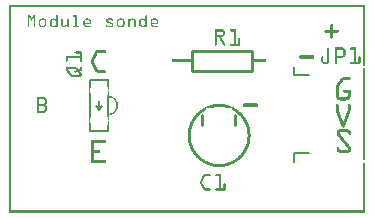
<source format=gto>
G04 MADE WITH FRITZING*
G04 WWW.FRITZING.ORG*
G04 DOUBLE SIDED*
G04 HOLES PLATED*
G04 CONTOUR ON CENTER OF CONTOUR VECTOR*
%ASAXBY*%
%FSLAX23Y23*%
%MOIN*%
%OFA0B0*%
%SFA1.0B1.0*%
%ADD10C,0.010000*%
%ADD11C,0.008000*%
%ADD12C,0.005000*%
%ADD13R,0.001000X0.001000*%
%LNSILK1*%
G90*
G70*
G54D10*
X610Y540D02*
X810Y540D01*
D02*
X810Y540D02*
X810Y474D01*
D02*
X810Y474D02*
X610Y474D01*
D02*
X610Y474D02*
X610Y540D01*
G54D11*
D02*
X950Y486D02*
X950Y459D01*
D02*
X950Y171D02*
X950Y199D01*
D02*
X950Y459D02*
X1001Y459D01*
D02*
X950Y199D02*
X1001Y199D01*
G54D12*
D02*
X271Y442D02*
X331Y442D01*
D02*
X331Y387D02*
X331Y327D01*
D02*
X331Y272D02*
X271Y272D01*
D02*
X291Y357D02*
X301Y342D01*
D02*
X311Y357D02*
X301Y342D01*
D02*
X301Y342D02*
X301Y372D01*
G54D13*
X0Y693D02*
X1186Y693D01*
X0Y692D02*
X1186Y692D01*
X0Y691D02*
X1186Y691D01*
X0Y690D02*
X1186Y690D01*
X0Y689D02*
X1186Y689D01*
X0Y688D02*
X1186Y688D01*
X0Y687D02*
X1186Y687D01*
X0Y686D02*
X1186Y686D01*
X0Y685D02*
X7Y685D01*
X1179Y685D02*
X1186Y685D01*
X0Y684D02*
X7Y684D01*
X1179Y684D02*
X1186Y684D01*
X0Y683D02*
X7Y683D01*
X1179Y683D02*
X1186Y683D01*
X0Y682D02*
X7Y682D01*
X1179Y682D02*
X1186Y682D01*
X0Y681D02*
X7Y681D01*
X1179Y681D02*
X1186Y681D01*
X0Y680D02*
X7Y680D01*
X1179Y680D02*
X1186Y680D01*
X0Y679D02*
X7Y679D01*
X1179Y679D02*
X1186Y679D01*
X0Y678D02*
X7Y678D01*
X1179Y678D02*
X1186Y678D01*
X0Y677D02*
X7Y677D01*
X1179Y677D02*
X1186Y677D01*
X0Y676D02*
X7Y676D01*
X1179Y676D02*
X1186Y676D01*
X0Y675D02*
X7Y675D01*
X1179Y675D02*
X1186Y675D01*
X0Y674D02*
X7Y674D01*
X1179Y674D02*
X1186Y674D01*
X0Y673D02*
X7Y673D01*
X1179Y673D02*
X1186Y673D01*
X0Y672D02*
X7Y672D01*
X1179Y672D02*
X1186Y672D01*
X0Y671D02*
X7Y671D01*
X1179Y671D02*
X1186Y671D01*
X0Y670D02*
X7Y670D01*
X1179Y670D02*
X1186Y670D01*
X0Y669D02*
X7Y669D01*
X1179Y669D02*
X1186Y669D01*
X0Y668D02*
X7Y668D01*
X1179Y668D02*
X1186Y668D01*
X0Y667D02*
X7Y667D01*
X1179Y667D02*
X1186Y667D01*
X0Y666D02*
X7Y666D01*
X1179Y666D02*
X1186Y666D01*
X0Y665D02*
X7Y665D01*
X1179Y665D02*
X1186Y665D01*
X0Y664D02*
X7Y664D01*
X1179Y664D02*
X1186Y664D01*
X0Y663D02*
X7Y663D01*
X1179Y663D02*
X1186Y663D01*
X0Y662D02*
X7Y662D01*
X1179Y662D02*
X1186Y662D01*
X0Y661D02*
X7Y661D01*
X1179Y661D02*
X1186Y661D01*
X0Y660D02*
X7Y660D01*
X1179Y660D02*
X1186Y660D01*
X0Y659D02*
X7Y659D01*
X1179Y659D02*
X1186Y659D01*
X0Y658D02*
X7Y658D01*
X62Y658D02*
X69Y658D01*
X81Y658D02*
X87Y658D01*
X158Y658D02*
X161Y658D01*
X214Y658D02*
X225Y658D01*
X456Y658D02*
X458Y658D01*
X1179Y658D02*
X1186Y658D01*
X0Y657D02*
X7Y657D01*
X62Y657D02*
X69Y657D01*
X80Y657D02*
X87Y657D01*
X157Y657D02*
X161Y657D01*
X214Y657D02*
X226Y657D01*
X455Y657D02*
X459Y657D01*
X1179Y657D02*
X1186Y657D01*
X0Y656D02*
X7Y656D01*
X62Y656D02*
X70Y656D01*
X79Y656D02*
X87Y656D01*
X157Y656D02*
X161Y656D01*
X214Y656D02*
X226Y656D01*
X455Y656D02*
X459Y656D01*
X1179Y656D02*
X1186Y656D01*
X0Y655D02*
X7Y655D01*
X62Y655D02*
X71Y655D01*
X79Y655D02*
X87Y655D01*
X157Y655D02*
X161Y655D01*
X214Y655D02*
X226Y655D01*
X455Y655D02*
X459Y655D01*
X1179Y655D02*
X1186Y655D01*
X0Y654D02*
X7Y654D01*
X62Y654D02*
X71Y654D01*
X78Y654D02*
X87Y654D01*
X157Y654D02*
X161Y654D01*
X215Y654D02*
X226Y654D01*
X455Y654D02*
X459Y654D01*
X1179Y654D02*
X1186Y654D01*
X0Y653D02*
X7Y653D01*
X62Y653D02*
X72Y653D01*
X77Y653D02*
X87Y653D01*
X157Y653D02*
X161Y653D01*
X221Y653D02*
X226Y653D01*
X455Y653D02*
X459Y653D01*
X1179Y653D02*
X1186Y653D01*
X0Y652D02*
X7Y652D01*
X62Y652D02*
X73Y652D01*
X77Y652D02*
X87Y652D01*
X157Y652D02*
X161Y652D01*
X221Y652D02*
X226Y652D01*
X455Y652D02*
X459Y652D01*
X1179Y652D02*
X1186Y652D01*
X0Y651D02*
X7Y651D01*
X62Y651D02*
X73Y651D01*
X76Y651D02*
X81Y651D01*
X83Y651D02*
X87Y651D01*
X157Y651D02*
X161Y651D01*
X221Y651D02*
X226Y651D01*
X455Y651D02*
X459Y651D01*
X1179Y651D02*
X1186Y651D01*
X0Y650D02*
X7Y650D01*
X62Y650D02*
X67Y650D01*
X69Y650D02*
X81Y650D01*
X83Y650D02*
X87Y650D01*
X157Y650D02*
X161Y650D01*
X221Y650D02*
X226Y650D01*
X455Y650D02*
X459Y650D01*
X1179Y650D02*
X1186Y650D01*
X0Y649D02*
X7Y649D01*
X62Y649D02*
X67Y649D01*
X70Y649D02*
X80Y649D01*
X83Y649D02*
X87Y649D01*
X157Y649D02*
X161Y649D01*
X221Y649D02*
X226Y649D01*
X455Y649D02*
X459Y649D01*
X1179Y649D02*
X1186Y649D01*
X0Y648D02*
X7Y648D01*
X62Y648D02*
X67Y648D01*
X70Y648D02*
X79Y648D01*
X83Y648D02*
X87Y648D01*
X109Y648D02*
X115Y648D01*
X146Y648D02*
X150Y648D01*
X157Y648D02*
X161Y648D01*
X176Y648D02*
X176Y648D01*
X221Y648D02*
X226Y648D01*
X257Y648D02*
X264Y648D01*
X330Y648D02*
X341Y648D01*
X369Y648D02*
X376Y648D01*
X411Y648D02*
X414Y648D01*
X443Y648D02*
X447Y648D01*
X455Y648D02*
X459Y648D01*
X481Y648D02*
X488Y648D01*
X1179Y648D02*
X1186Y648D01*
X0Y647D02*
X7Y647D01*
X62Y647D02*
X67Y647D01*
X71Y647D02*
X78Y647D01*
X83Y647D02*
X87Y647D01*
X106Y647D02*
X118Y647D01*
X143Y647D02*
X153Y647D01*
X157Y647D02*
X161Y647D01*
X175Y647D02*
X178Y647D01*
X195Y647D02*
X198Y647D01*
X221Y647D02*
X226Y647D01*
X254Y647D02*
X267Y647D01*
X327Y647D02*
X344Y647D01*
X366Y647D02*
X379Y647D01*
X398Y647D02*
X401Y647D01*
X408Y647D02*
X417Y647D01*
X440Y647D02*
X451Y647D01*
X455Y647D02*
X459Y647D01*
X478Y647D02*
X491Y647D01*
X1179Y647D02*
X1186Y647D01*
X0Y646D02*
X7Y646D01*
X62Y646D02*
X67Y646D01*
X72Y646D02*
X78Y646D01*
X83Y646D02*
X87Y646D01*
X104Y646D02*
X120Y646D01*
X141Y646D02*
X155Y646D01*
X157Y646D02*
X161Y646D01*
X174Y646D02*
X178Y646D01*
X195Y646D02*
X199Y646D01*
X221Y646D02*
X226Y646D01*
X253Y646D02*
X269Y646D01*
X325Y646D02*
X345Y646D01*
X364Y646D02*
X380Y646D01*
X397Y646D02*
X401Y646D01*
X406Y646D02*
X419Y646D01*
X439Y646D02*
X452Y646D01*
X455Y646D02*
X459Y646D01*
X476Y646D02*
X492Y646D01*
X1179Y646D02*
X1186Y646D01*
X0Y645D02*
X7Y645D01*
X62Y645D02*
X67Y645D01*
X72Y645D02*
X77Y645D01*
X83Y645D02*
X87Y645D01*
X103Y645D02*
X121Y645D01*
X140Y645D02*
X161Y645D01*
X174Y645D02*
X178Y645D01*
X194Y645D02*
X199Y645D01*
X221Y645D02*
X226Y645D01*
X252Y645D02*
X270Y645D01*
X325Y645D02*
X346Y645D01*
X363Y645D02*
X382Y645D01*
X397Y645D02*
X401Y645D01*
X405Y645D02*
X420Y645D01*
X438Y645D02*
X453Y645D01*
X455Y645D02*
X459Y645D01*
X475Y645D02*
X493Y645D01*
X1179Y645D02*
X1186Y645D01*
X0Y644D02*
X7Y644D01*
X62Y644D02*
X67Y644D01*
X73Y644D02*
X77Y644D01*
X83Y644D02*
X87Y644D01*
X102Y644D02*
X122Y644D01*
X139Y644D02*
X161Y644D01*
X174Y644D02*
X178Y644D01*
X194Y644D02*
X199Y644D01*
X221Y644D02*
X226Y644D01*
X251Y644D02*
X271Y644D01*
X324Y644D02*
X347Y644D01*
X362Y644D02*
X383Y644D01*
X397Y644D02*
X420Y644D01*
X437Y644D02*
X459Y644D01*
X474Y644D02*
X494Y644D01*
X1179Y644D02*
X1186Y644D01*
X0Y643D02*
X7Y643D01*
X62Y643D02*
X67Y643D01*
X73Y643D02*
X77Y643D01*
X83Y643D02*
X87Y643D01*
X101Y643D02*
X123Y643D01*
X138Y643D02*
X161Y643D01*
X174Y643D02*
X178Y643D01*
X194Y643D02*
X199Y643D01*
X221Y643D02*
X226Y643D01*
X250Y643D02*
X272Y643D01*
X324Y643D02*
X347Y643D01*
X362Y643D02*
X383Y643D01*
X397Y643D02*
X421Y643D01*
X436Y643D02*
X459Y643D01*
X473Y643D02*
X495Y643D01*
X1179Y643D02*
X1186Y643D01*
X0Y642D02*
X7Y642D01*
X62Y642D02*
X67Y642D01*
X73Y642D02*
X76Y642D01*
X83Y642D02*
X87Y642D01*
X100Y642D02*
X106Y642D01*
X118Y642D02*
X124Y642D01*
X138Y642D02*
X143Y642D01*
X152Y642D02*
X161Y642D01*
X174Y642D02*
X178Y642D01*
X194Y642D02*
X199Y642D01*
X221Y642D02*
X226Y642D01*
X249Y642D02*
X255Y642D01*
X267Y642D02*
X272Y642D01*
X324Y642D02*
X328Y642D01*
X343Y642D02*
X347Y642D01*
X361Y642D02*
X367Y642D01*
X378Y642D02*
X384Y642D01*
X397Y642D02*
X409Y642D01*
X416Y642D02*
X421Y642D01*
X435Y642D02*
X441Y642D01*
X450Y642D02*
X459Y642D01*
X473Y642D02*
X478Y642D01*
X490Y642D02*
X496Y642D01*
X1179Y642D02*
X1186Y642D01*
X0Y641D02*
X7Y641D01*
X62Y641D02*
X67Y641D01*
X74Y641D02*
X75Y641D01*
X83Y641D02*
X87Y641D01*
X100Y641D02*
X105Y641D01*
X119Y641D02*
X124Y641D01*
X137Y641D02*
X142Y641D01*
X153Y641D02*
X161Y641D01*
X174Y641D02*
X178Y641D01*
X194Y641D02*
X199Y641D01*
X221Y641D02*
X226Y641D01*
X249Y641D02*
X254Y641D01*
X268Y641D02*
X273Y641D01*
X324Y641D02*
X328Y641D01*
X344Y641D02*
X346Y641D01*
X360Y641D02*
X366Y641D01*
X379Y641D02*
X384Y641D01*
X397Y641D02*
X407Y641D01*
X417Y641D02*
X421Y641D01*
X435Y641D02*
X440Y641D01*
X451Y641D02*
X459Y641D01*
X472Y641D02*
X477Y641D01*
X491Y641D02*
X496Y641D01*
X1179Y641D02*
X1186Y641D01*
X0Y640D02*
X7Y640D01*
X62Y640D02*
X67Y640D01*
X83Y640D02*
X87Y640D01*
X100Y640D02*
X104Y640D01*
X120Y640D02*
X124Y640D01*
X137Y640D02*
X141Y640D01*
X155Y640D02*
X161Y640D01*
X174Y640D02*
X178Y640D01*
X194Y640D02*
X199Y640D01*
X221Y640D02*
X226Y640D01*
X249Y640D02*
X253Y640D01*
X268Y640D02*
X273Y640D01*
X324Y640D02*
X329Y640D01*
X360Y640D02*
X365Y640D01*
X380Y640D02*
X385Y640D01*
X397Y640D02*
X405Y640D01*
X417Y640D02*
X421Y640D01*
X435Y640D02*
X439Y640D01*
X452Y640D02*
X459Y640D01*
X472Y640D02*
X476Y640D01*
X492Y640D02*
X496Y640D01*
X1179Y640D02*
X1186Y640D01*
X0Y639D02*
X7Y639D01*
X62Y639D02*
X67Y639D01*
X83Y639D02*
X87Y639D01*
X100Y639D02*
X104Y639D01*
X120Y639D02*
X124Y639D01*
X137Y639D02*
X141Y639D01*
X156Y639D02*
X161Y639D01*
X174Y639D02*
X178Y639D01*
X194Y639D02*
X199Y639D01*
X221Y639D02*
X226Y639D01*
X248Y639D02*
X253Y639D01*
X269Y639D02*
X273Y639D01*
X324Y639D02*
X331Y639D01*
X360Y639D02*
X364Y639D01*
X380Y639D02*
X385Y639D01*
X397Y639D02*
X404Y639D01*
X417Y639D02*
X421Y639D01*
X435Y639D02*
X439Y639D01*
X453Y639D02*
X459Y639D01*
X472Y639D02*
X476Y639D01*
X492Y639D02*
X496Y639D01*
X1179Y639D02*
X1186Y639D01*
X0Y638D02*
X7Y638D01*
X62Y638D02*
X67Y638D01*
X83Y638D02*
X87Y638D01*
X100Y638D02*
X104Y638D01*
X120Y638D02*
X124Y638D01*
X137Y638D02*
X141Y638D01*
X157Y638D02*
X161Y638D01*
X174Y638D02*
X178Y638D01*
X194Y638D02*
X199Y638D01*
X221Y638D02*
X226Y638D01*
X248Y638D02*
X253Y638D01*
X269Y638D02*
X273Y638D01*
X325Y638D02*
X333Y638D01*
X360Y638D02*
X364Y638D01*
X381Y638D02*
X385Y638D01*
X397Y638D02*
X402Y638D01*
X417Y638D02*
X421Y638D01*
X434Y638D02*
X439Y638D01*
X454Y638D02*
X459Y638D01*
X472Y638D02*
X476Y638D01*
X492Y638D02*
X496Y638D01*
X1179Y638D02*
X1186Y638D01*
X0Y637D02*
X7Y637D01*
X62Y637D02*
X67Y637D01*
X83Y637D02*
X87Y637D01*
X100Y637D02*
X104Y637D01*
X120Y637D02*
X124Y637D01*
X137Y637D02*
X141Y637D01*
X157Y637D02*
X161Y637D01*
X174Y637D02*
X178Y637D01*
X194Y637D02*
X199Y637D01*
X221Y637D02*
X226Y637D01*
X248Y637D02*
X253Y637D01*
X269Y637D02*
X273Y637D01*
X325Y637D02*
X336Y637D01*
X360Y637D02*
X364Y637D01*
X381Y637D02*
X385Y637D01*
X397Y637D02*
X401Y637D01*
X417Y637D02*
X421Y637D01*
X434Y637D02*
X439Y637D01*
X455Y637D02*
X459Y637D01*
X472Y637D02*
X476Y637D01*
X492Y637D02*
X496Y637D01*
X1179Y637D02*
X1186Y637D01*
X0Y636D02*
X7Y636D01*
X62Y636D02*
X67Y636D01*
X83Y636D02*
X87Y636D01*
X100Y636D02*
X104Y636D01*
X120Y636D02*
X124Y636D01*
X137Y636D02*
X141Y636D01*
X157Y636D02*
X161Y636D01*
X174Y636D02*
X179Y636D01*
X194Y636D02*
X199Y636D01*
X221Y636D02*
X226Y636D01*
X248Y636D02*
X253Y636D01*
X269Y636D02*
X273Y636D01*
X326Y636D02*
X338Y636D01*
X360Y636D02*
X364Y636D01*
X381Y636D02*
X385Y636D01*
X397Y636D02*
X401Y636D01*
X417Y636D02*
X421Y636D01*
X434Y636D02*
X439Y636D01*
X455Y636D02*
X459Y636D01*
X472Y636D02*
X476Y636D01*
X492Y636D02*
X496Y636D01*
X1179Y636D02*
X1186Y636D01*
X0Y635D02*
X7Y635D01*
X62Y635D02*
X67Y635D01*
X83Y635D02*
X87Y635D01*
X100Y635D02*
X104Y635D01*
X120Y635D02*
X124Y635D01*
X137Y635D02*
X141Y635D01*
X157Y635D02*
X161Y635D01*
X174Y635D02*
X179Y635D01*
X194Y635D02*
X199Y635D01*
X221Y635D02*
X226Y635D01*
X248Y635D02*
X253Y635D01*
X269Y635D02*
X273Y635D01*
X328Y635D02*
X340Y635D01*
X360Y635D02*
X364Y635D01*
X381Y635D02*
X385Y635D01*
X397Y635D02*
X401Y635D01*
X417Y635D02*
X421Y635D01*
X434Y635D02*
X439Y635D01*
X455Y635D02*
X459Y635D01*
X472Y635D02*
X476Y635D01*
X492Y635D02*
X496Y635D01*
X1179Y635D02*
X1186Y635D01*
X0Y634D02*
X7Y634D01*
X62Y634D02*
X67Y634D01*
X83Y634D02*
X87Y634D01*
X100Y634D02*
X104Y634D01*
X120Y634D02*
X124Y634D01*
X137Y634D02*
X141Y634D01*
X157Y634D02*
X161Y634D01*
X174Y634D02*
X179Y634D01*
X194Y634D02*
X199Y634D01*
X221Y634D02*
X226Y634D01*
X248Y634D02*
X273Y634D01*
X331Y634D02*
X343Y634D01*
X360Y634D02*
X364Y634D01*
X381Y634D02*
X385Y634D01*
X397Y634D02*
X401Y634D01*
X417Y634D02*
X421Y634D01*
X434Y634D02*
X439Y634D01*
X455Y634D02*
X459Y634D01*
X472Y634D02*
X496Y634D01*
X1179Y634D02*
X1186Y634D01*
X0Y633D02*
X7Y633D01*
X62Y633D02*
X67Y633D01*
X83Y633D02*
X87Y633D01*
X100Y633D02*
X104Y633D01*
X120Y633D02*
X124Y633D01*
X137Y633D02*
X141Y633D01*
X157Y633D02*
X161Y633D01*
X174Y633D02*
X179Y633D01*
X194Y633D02*
X199Y633D01*
X221Y633D02*
X226Y633D01*
X248Y633D02*
X273Y633D01*
X333Y633D02*
X344Y633D01*
X360Y633D02*
X364Y633D01*
X381Y633D02*
X385Y633D01*
X397Y633D02*
X401Y633D01*
X417Y633D02*
X421Y633D01*
X434Y633D02*
X439Y633D01*
X455Y633D02*
X459Y633D01*
X472Y633D02*
X496Y633D01*
X1179Y633D02*
X1186Y633D01*
X0Y632D02*
X7Y632D01*
X62Y632D02*
X67Y632D01*
X83Y632D02*
X87Y632D01*
X100Y632D02*
X104Y632D01*
X120Y632D02*
X124Y632D01*
X137Y632D02*
X141Y632D01*
X157Y632D02*
X161Y632D01*
X174Y632D02*
X179Y632D01*
X194Y632D02*
X199Y632D01*
X221Y632D02*
X226Y632D01*
X248Y632D02*
X273Y632D01*
X335Y632D02*
X345Y632D01*
X360Y632D02*
X364Y632D01*
X381Y632D02*
X385Y632D01*
X397Y632D02*
X401Y632D01*
X417Y632D02*
X422Y632D01*
X434Y632D02*
X439Y632D01*
X455Y632D02*
X459Y632D01*
X472Y632D02*
X496Y632D01*
X1179Y632D02*
X1186Y632D01*
X0Y631D02*
X7Y631D01*
X62Y631D02*
X67Y631D01*
X83Y631D02*
X87Y631D01*
X100Y631D02*
X104Y631D01*
X120Y631D02*
X124Y631D01*
X137Y631D02*
X141Y631D01*
X157Y631D02*
X161Y631D01*
X175Y631D02*
X179Y631D01*
X194Y631D02*
X199Y631D01*
X221Y631D02*
X226Y631D01*
X248Y631D02*
X273Y631D01*
X338Y631D02*
X346Y631D01*
X360Y631D02*
X364Y631D01*
X381Y631D02*
X385Y631D01*
X397Y631D02*
X401Y631D01*
X417Y631D02*
X422Y631D01*
X434Y631D02*
X439Y631D01*
X455Y631D02*
X459Y631D01*
X472Y631D02*
X496Y631D01*
X1179Y631D02*
X1186Y631D01*
X0Y630D02*
X7Y630D01*
X62Y630D02*
X67Y630D01*
X83Y630D02*
X87Y630D01*
X100Y630D02*
X104Y630D01*
X120Y630D02*
X124Y630D01*
X137Y630D02*
X141Y630D01*
X157Y630D02*
X161Y630D01*
X175Y630D02*
X179Y630D01*
X194Y630D02*
X199Y630D01*
X221Y630D02*
X226Y630D01*
X248Y630D02*
X272Y630D01*
X340Y630D02*
X347Y630D01*
X360Y630D02*
X364Y630D01*
X381Y630D02*
X385Y630D01*
X397Y630D02*
X401Y630D01*
X417Y630D02*
X422Y630D01*
X434Y630D02*
X439Y630D01*
X455Y630D02*
X459Y630D01*
X472Y630D02*
X495Y630D01*
X1074Y630D02*
X1077Y630D01*
X1179Y630D02*
X1186Y630D01*
X0Y629D02*
X7Y629D01*
X62Y629D02*
X67Y629D01*
X83Y629D02*
X87Y629D01*
X100Y629D02*
X104Y629D01*
X120Y629D02*
X124Y629D01*
X137Y629D02*
X141Y629D01*
X157Y629D02*
X161Y629D01*
X175Y629D02*
X179Y629D01*
X194Y629D02*
X199Y629D01*
X221Y629D02*
X226Y629D01*
X248Y629D02*
X253Y629D01*
X342Y629D02*
X347Y629D01*
X360Y629D02*
X364Y629D01*
X381Y629D02*
X385Y629D01*
X397Y629D02*
X401Y629D01*
X417Y629D02*
X422Y629D01*
X434Y629D02*
X439Y629D01*
X454Y629D02*
X459Y629D01*
X472Y629D02*
X476Y629D01*
X1072Y629D02*
X1079Y629D01*
X1179Y629D02*
X1186Y629D01*
X0Y628D02*
X7Y628D01*
X62Y628D02*
X67Y628D01*
X83Y628D02*
X87Y628D01*
X100Y628D02*
X104Y628D01*
X120Y628D02*
X124Y628D01*
X137Y628D02*
X141Y628D01*
X156Y628D02*
X161Y628D01*
X175Y628D02*
X179Y628D01*
X192Y628D02*
X199Y628D01*
X221Y628D02*
X226Y628D01*
X248Y628D02*
X253Y628D01*
X343Y628D02*
X347Y628D01*
X360Y628D02*
X364Y628D01*
X380Y628D02*
X385Y628D01*
X397Y628D02*
X401Y628D01*
X417Y628D02*
X422Y628D01*
X435Y628D02*
X439Y628D01*
X453Y628D02*
X459Y628D01*
X472Y628D02*
X476Y628D01*
X1072Y628D02*
X1079Y628D01*
X1179Y628D02*
X1186Y628D01*
X0Y627D02*
X7Y627D01*
X62Y627D02*
X67Y627D01*
X83Y627D02*
X87Y627D01*
X100Y627D02*
X104Y627D01*
X120Y627D02*
X124Y627D01*
X137Y627D02*
X141Y627D01*
X155Y627D02*
X161Y627D01*
X175Y627D02*
X179Y627D01*
X191Y627D02*
X199Y627D01*
X221Y627D02*
X226Y627D01*
X249Y627D02*
X253Y627D01*
X343Y627D02*
X347Y627D01*
X360Y627D02*
X365Y627D01*
X380Y627D02*
X385Y627D01*
X397Y627D02*
X401Y627D01*
X418Y627D02*
X422Y627D01*
X435Y627D02*
X439Y627D01*
X452Y627D02*
X459Y627D01*
X472Y627D02*
X476Y627D01*
X1071Y627D02*
X1080Y627D01*
X1179Y627D02*
X1186Y627D01*
X0Y626D02*
X7Y626D01*
X62Y626D02*
X67Y626D01*
X83Y626D02*
X87Y626D01*
X100Y626D02*
X105Y626D01*
X119Y626D02*
X124Y626D01*
X137Y626D02*
X142Y626D01*
X153Y626D02*
X161Y626D01*
X175Y626D02*
X179Y626D01*
X189Y626D02*
X199Y626D01*
X221Y626D02*
X226Y626D01*
X249Y626D02*
X254Y626D01*
X325Y626D02*
X325Y626D01*
X343Y626D02*
X347Y626D01*
X360Y626D02*
X365Y626D01*
X379Y626D02*
X384Y626D01*
X397Y626D02*
X401Y626D01*
X418Y626D02*
X422Y626D01*
X435Y626D02*
X440Y626D01*
X451Y626D02*
X459Y626D01*
X472Y626D02*
X477Y626D01*
X1071Y626D02*
X1080Y626D01*
X1179Y626D02*
X1186Y626D01*
X0Y625D02*
X7Y625D01*
X62Y625D02*
X67Y625D01*
X83Y625D02*
X87Y625D01*
X100Y625D02*
X106Y625D01*
X118Y625D02*
X124Y625D01*
X137Y625D02*
X143Y625D01*
X152Y625D02*
X161Y625D01*
X175Y625D02*
X179Y625D01*
X188Y625D02*
X199Y625D01*
X221Y625D02*
X226Y625D01*
X249Y625D02*
X255Y625D01*
X323Y625D02*
X327Y625D01*
X343Y625D02*
X347Y625D01*
X361Y625D02*
X367Y625D01*
X378Y625D02*
X384Y625D01*
X397Y625D02*
X401Y625D01*
X418Y625D02*
X422Y625D01*
X435Y625D02*
X441Y625D01*
X450Y625D02*
X459Y625D01*
X472Y625D02*
X478Y625D01*
X1071Y625D02*
X1080Y625D01*
X1179Y625D02*
X1186Y625D01*
X0Y624D02*
X7Y624D01*
X62Y624D02*
X67Y624D01*
X83Y624D02*
X87Y624D01*
X101Y624D02*
X123Y624D01*
X138Y624D02*
X161Y624D01*
X175Y624D02*
X199Y624D01*
X217Y624D02*
X230Y624D01*
X250Y624D02*
X270Y624D01*
X323Y624D02*
X347Y624D01*
X361Y624D02*
X383Y624D01*
X397Y624D02*
X401Y624D01*
X418Y624D02*
X422Y624D01*
X436Y624D02*
X459Y624D01*
X473Y624D02*
X493Y624D01*
X1071Y624D02*
X1080Y624D01*
X1179Y624D02*
X1186Y624D01*
X0Y623D02*
X7Y623D01*
X62Y623D02*
X67Y623D01*
X83Y623D02*
X87Y623D01*
X102Y623D02*
X122Y623D01*
X139Y623D02*
X161Y623D01*
X176Y623D02*
X199Y623D01*
X214Y623D02*
X233Y623D01*
X250Y623D02*
X272Y623D01*
X323Y623D02*
X346Y623D01*
X362Y623D02*
X383Y623D01*
X397Y623D02*
X401Y623D01*
X418Y623D02*
X422Y623D01*
X436Y623D02*
X459Y623D01*
X474Y623D02*
X496Y623D01*
X1071Y623D02*
X1080Y623D01*
X1179Y623D02*
X1186Y623D01*
X0Y622D02*
X7Y622D01*
X62Y622D02*
X67Y622D01*
X83Y622D02*
X87Y622D01*
X103Y622D02*
X121Y622D01*
X140Y622D02*
X161Y622D01*
X176Y622D02*
X192Y622D01*
X194Y622D02*
X199Y622D01*
X214Y622D02*
X233Y622D01*
X251Y622D02*
X273Y622D01*
X323Y622D02*
X346Y622D01*
X363Y622D02*
X382Y622D01*
X397Y622D02*
X401Y622D01*
X418Y622D02*
X422Y622D01*
X437Y622D02*
X459Y622D01*
X475Y622D02*
X496Y622D01*
X1071Y622D02*
X1080Y622D01*
X1179Y622D02*
X1186Y622D01*
X0Y621D02*
X7Y621D01*
X62Y621D02*
X67Y621D01*
X83Y621D02*
X87Y621D01*
X104Y621D02*
X120Y621D01*
X141Y621D02*
X155Y621D01*
X157Y621D02*
X161Y621D01*
X177Y621D02*
X190Y621D01*
X195Y621D02*
X199Y621D01*
X214Y621D02*
X233Y621D01*
X253Y621D02*
X273Y621D01*
X325Y621D02*
X345Y621D01*
X364Y621D02*
X381Y621D01*
X397Y621D02*
X401Y621D01*
X418Y621D02*
X422Y621D01*
X439Y621D02*
X453Y621D01*
X455Y621D02*
X459Y621D01*
X476Y621D02*
X496Y621D01*
X1071Y621D02*
X1080Y621D01*
X1179Y621D02*
X1186Y621D01*
X0Y620D02*
X7Y620D01*
X63Y620D02*
X66Y620D01*
X83Y620D02*
X87Y620D01*
X105Y620D02*
X119Y620D01*
X142Y620D02*
X153Y620D01*
X158Y620D02*
X161Y620D01*
X178Y620D02*
X188Y620D01*
X195Y620D02*
X198Y620D01*
X214Y620D02*
X233Y620D01*
X254Y620D02*
X273Y620D01*
X326Y620D02*
X344Y620D01*
X366Y620D02*
X379Y620D01*
X398Y620D02*
X401Y620D01*
X418Y620D02*
X421Y620D01*
X440Y620D02*
X451Y620D01*
X455Y620D02*
X459Y620D01*
X477Y620D02*
X496Y620D01*
X1071Y620D02*
X1080Y620D01*
X1179Y620D02*
X1186Y620D01*
X0Y619D02*
X7Y619D01*
X64Y619D02*
X65Y619D01*
X85Y619D02*
X85Y619D01*
X108Y619D02*
X116Y619D01*
X145Y619D02*
X151Y619D01*
X159Y619D02*
X160Y619D01*
X181Y619D02*
X186Y619D01*
X196Y619D02*
X197Y619D01*
X216Y619D02*
X232Y619D01*
X256Y619D02*
X271Y619D01*
X329Y619D02*
X341Y619D01*
X368Y619D02*
X377Y619D01*
X399Y619D02*
X400Y619D01*
X419Y619D02*
X420Y619D01*
X442Y619D02*
X449Y619D01*
X457Y619D02*
X457Y619D01*
X480Y619D02*
X495Y619D01*
X1071Y619D02*
X1080Y619D01*
X1179Y619D02*
X1186Y619D01*
X0Y618D02*
X7Y618D01*
X1071Y618D02*
X1080Y618D01*
X1179Y618D02*
X1186Y618D01*
X0Y617D02*
X7Y617D01*
X1071Y617D02*
X1080Y617D01*
X1179Y617D02*
X1186Y617D01*
X0Y616D02*
X7Y616D01*
X1071Y616D02*
X1080Y616D01*
X1179Y616D02*
X1186Y616D01*
X0Y615D02*
X7Y615D01*
X1071Y615D02*
X1080Y615D01*
X1179Y615D02*
X1186Y615D01*
X0Y614D02*
X7Y614D01*
X1071Y614D02*
X1080Y614D01*
X1179Y614D02*
X1186Y614D01*
X0Y613D02*
X7Y613D01*
X1071Y613D02*
X1080Y613D01*
X1179Y613D02*
X1186Y613D01*
X0Y612D02*
X7Y612D01*
X1071Y612D02*
X1080Y612D01*
X1179Y612D02*
X1186Y612D01*
X0Y611D02*
X7Y611D01*
X686Y611D02*
X713Y611D01*
X738Y611D02*
X756Y611D01*
X1071Y611D02*
X1080Y611D01*
X1179Y611D02*
X1186Y611D01*
X0Y610D02*
X7Y610D01*
X686Y610D02*
X715Y610D01*
X737Y610D02*
X756Y610D01*
X1054Y610D02*
X1097Y610D01*
X1179Y610D02*
X1186Y610D01*
X0Y609D02*
X7Y609D01*
X686Y609D02*
X716Y609D01*
X737Y609D02*
X756Y609D01*
X1052Y609D02*
X1099Y609D01*
X1179Y609D02*
X1186Y609D01*
X0Y608D02*
X7Y608D01*
X686Y608D02*
X717Y608D01*
X737Y608D02*
X756Y608D01*
X1052Y608D02*
X1099Y608D01*
X1179Y608D02*
X1186Y608D01*
X0Y607D02*
X7Y607D01*
X686Y607D02*
X718Y607D01*
X737Y607D02*
X756Y607D01*
X1051Y607D02*
X1100Y607D01*
X1179Y607D02*
X1186Y607D01*
X0Y606D02*
X7Y606D01*
X686Y606D02*
X719Y606D01*
X737Y606D02*
X756Y606D01*
X1051Y606D02*
X1100Y606D01*
X1179Y606D02*
X1186Y606D01*
X0Y605D02*
X7Y605D01*
X686Y605D02*
X719Y605D01*
X739Y605D02*
X756Y605D01*
X1051Y605D02*
X1100Y605D01*
X1179Y605D02*
X1186Y605D01*
X0Y604D02*
X7Y604D01*
X686Y604D02*
X692Y604D01*
X712Y604D02*
X719Y604D01*
X750Y604D02*
X756Y604D01*
X1051Y604D02*
X1100Y604D01*
X1179Y604D02*
X1186Y604D01*
X0Y603D02*
X7Y603D01*
X686Y603D02*
X692Y603D01*
X713Y603D02*
X720Y603D01*
X750Y603D02*
X756Y603D01*
X1052Y603D02*
X1099Y603D01*
X1179Y603D02*
X1186Y603D01*
X0Y602D02*
X7Y602D01*
X686Y602D02*
X692Y602D01*
X714Y602D02*
X720Y602D01*
X750Y602D02*
X756Y602D01*
X1053Y602D02*
X1098Y602D01*
X1179Y602D02*
X1186Y602D01*
X0Y601D02*
X7Y601D01*
X686Y601D02*
X692Y601D01*
X714Y601D02*
X720Y601D01*
X750Y601D02*
X756Y601D01*
X1054Y601D02*
X1096Y601D01*
X1179Y601D02*
X1186Y601D01*
X0Y600D02*
X7Y600D01*
X686Y600D02*
X692Y600D01*
X714Y600D02*
X720Y600D01*
X750Y600D02*
X756Y600D01*
X1071Y600D02*
X1080Y600D01*
X1179Y600D02*
X1186Y600D01*
X0Y599D02*
X7Y599D01*
X686Y599D02*
X692Y599D01*
X714Y599D02*
X720Y599D01*
X750Y599D02*
X756Y599D01*
X1071Y599D02*
X1080Y599D01*
X1179Y599D02*
X1186Y599D01*
X0Y598D02*
X7Y598D01*
X686Y598D02*
X692Y598D01*
X714Y598D02*
X720Y598D01*
X750Y598D02*
X756Y598D01*
X1071Y598D02*
X1080Y598D01*
X1179Y598D02*
X1186Y598D01*
X0Y597D02*
X7Y597D01*
X686Y597D02*
X692Y597D01*
X714Y597D02*
X720Y597D01*
X750Y597D02*
X756Y597D01*
X1071Y597D02*
X1080Y597D01*
X1179Y597D02*
X1186Y597D01*
X0Y596D02*
X7Y596D01*
X686Y596D02*
X692Y596D01*
X713Y596D02*
X720Y596D01*
X750Y596D02*
X756Y596D01*
X1071Y596D02*
X1080Y596D01*
X1179Y596D02*
X1186Y596D01*
X0Y595D02*
X7Y595D01*
X686Y595D02*
X692Y595D01*
X713Y595D02*
X720Y595D01*
X750Y595D02*
X756Y595D01*
X1071Y595D02*
X1080Y595D01*
X1179Y595D02*
X1186Y595D01*
X0Y594D02*
X7Y594D01*
X686Y594D02*
X693Y594D01*
X710Y594D02*
X719Y594D01*
X750Y594D02*
X756Y594D01*
X1071Y594D02*
X1080Y594D01*
X1179Y594D02*
X1186Y594D01*
X0Y593D02*
X7Y593D01*
X686Y593D02*
X719Y593D01*
X750Y593D02*
X756Y593D01*
X1071Y593D02*
X1080Y593D01*
X1179Y593D02*
X1186Y593D01*
X0Y592D02*
X7Y592D01*
X686Y592D02*
X718Y592D01*
X750Y592D02*
X756Y592D01*
X1071Y592D02*
X1080Y592D01*
X1179Y592D02*
X1186Y592D01*
X0Y591D02*
X7Y591D01*
X686Y591D02*
X717Y591D01*
X750Y591D02*
X756Y591D01*
X1071Y591D02*
X1080Y591D01*
X1179Y591D02*
X1186Y591D01*
X0Y590D02*
X7Y590D01*
X686Y590D02*
X717Y590D01*
X750Y590D02*
X756Y590D01*
X1071Y590D02*
X1080Y590D01*
X1179Y590D02*
X1186Y590D01*
X0Y589D02*
X7Y589D01*
X686Y589D02*
X715Y589D01*
X750Y589D02*
X756Y589D01*
X1071Y589D02*
X1080Y589D01*
X1179Y589D02*
X1186Y589D01*
X0Y588D02*
X7Y588D01*
X686Y588D02*
X714Y588D01*
X750Y588D02*
X756Y588D01*
X1071Y588D02*
X1080Y588D01*
X1179Y588D02*
X1186Y588D01*
X0Y587D02*
X7Y587D01*
X686Y587D02*
X710Y587D01*
X750Y587D02*
X756Y587D01*
X1071Y587D02*
X1080Y587D01*
X1179Y587D02*
X1186Y587D01*
X0Y586D02*
X7Y586D01*
X686Y586D02*
X692Y586D01*
X699Y586D02*
X706Y586D01*
X750Y586D02*
X756Y586D01*
X1071Y586D02*
X1080Y586D01*
X1179Y586D02*
X1186Y586D01*
X0Y585D02*
X7Y585D01*
X686Y585D02*
X692Y585D01*
X699Y585D02*
X706Y585D01*
X750Y585D02*
X756Y585D01*
X1071Y585D02*
X1080Y585D01*
X1179Y585D02*
X1186Y585D01*
X0Y584D02*
X7Y584D01*
X686Y584D02*
X692Y584D01*
X700Y584D02*
X707Y584D01*
X750Y584D02*
X756Y584D01*
X1071Y584D02*
X1080Y584D01*
X1179Y584D02*
X1186Y584D01*
X0Y583D02*
X7Y583D01*
X686Y583D02*
X692Y583D01*
X700Y583D02*
X708Y583D01*
X750Y583D02*
X756Y583D01*
X1072Y583D02*
X1079Y583D01*
X1179Y583D02*
X1186Y583D01*
X0Y582D02*
X7Y582D01*
X686Y582D02*
X692Y582D01*
X701Y582D02*
X708Y582D01*
X750Y582D02*
X756Y582D01*
X766Y582D02*
X768Y582D01*
X1073Y582D02*
X1078Y582D01*
X1179Y582D02*
X1186Y582D01*
X0Y581D02*
X7Y581D01*
X686Y581D02*
X692Y581D01*
X702Y581D02*
X709Y581D01*
X750Y581D02*
X756Y581D01*
X765Y581D02*
X769Y581D01*
X1075Y581D02*
X1076Y581D01*
X1179Y581D02*
X1186Y581D01*
X0Y580D02*
X7Y580D01*
X686Y580D02*
X692Y580D01*
X702Y580D02*
X709Y580D01*
X750Y580D02*
X756Y580D01*
X764Y580D02*
X770Y580D01*
X1179Y580D02*
X1186Y580D01*
X0Y579D02*
X7Y579D01*
X686Y579D02*
X692Y579D01*
X703Y579D02*
X710Y579D01*
X750Y579D02*
X756Y579D01*
X764Y579D02*
X770Y579D01*
X1179Y579D02*
X1186Y579D01*
X0Y578D02*
X7Y578D01*
X686Y578D02*
X692Y578D01*
X703Y578D02*
X710Y578D01*
X750Y578D02*
X756Y578D01*
X764Y578D02*
X770Y578D01*
X1179Y578D02*
X1186Y578D01*
X0Y577D02*
X7Y577D01*
X686Y577D02*
X692Y577D01*
X704Y577D02*
X711Y577D01*
X750Y577D02*
X756Y577D01*
X764Y577D02*
X770Y577D01*
X1179Y577D02*
X1186Y577D01*
X0Y576D02*
X7Y576D01*
X686Y576D02*
X692Y576D01*
X704Y576D02*
X712Y576D01*
X750Y576D02*
X756Y576D01*
X764Y576D02*
X770Y576D01*
X1179Y576D02*
X1186Y576D01*
X0Y575D02*
X7Y575D01*
X686Y575D02*
X692Y575D01*
X705Y575D02*
X712Y575D01*
X750Y575D02*
X756Y575D01*
X764Y575D02*
X770Y575D01*
X1179Y575D02*
X1186Y575D01*
X0Y574D02*
X7Y574D01*
X686Y574D02*
X692Y574D01*
X706Y574D02*
X713Y574D01*
X750Y574D02*
X756Y574D01*
X764Y574D02*
X770Y574D01*
X1179Y574D02*
X1186Y574D01*
X0Y573D02*
X7Y573D01*
X686Y573D02*
X692Y573D01*
X706Y573D02*
X713Y573D01*
X750Y573D02*
X756Y573D01*
X764Y573D02*
X770Y573D01*
X1179Y573D02*
X1186Y573D01*
X0Y572D02*
X7Y572D01*
X686Y572D02*
X692Y572D01*
X707Y572D02*
X714Y572D01*
X750Y572D02*
X756Y572D01*
X764Y572D02*
X770Y572D01*
X1179Y572D02*
X1186Y572D01*
X0Y571D02*
X7Y571D01*
X686Y571D02*
X692Y571D01*
X707Y571D02*
X715Y571D01*
X750Y571D02*
X756Y571D01*
X764Y571D02*
X770Y571D01*
X1179Y571D02*
X1186Y571D01*
X0Y570D02*
X7Y570D01*
X686Y570D02*
X692Y570D01*
X708Y570D02*
X715Y570D01*
X750Y570D02*
X756Y570D01*
X764Y570D02*
X770Y570D01*
X1179Y570D02*
X1186Y570D01*
X0Y569D02*
X7Y569D01*
X686Y569D02*
X692Y569D01*
X709Y569D02*
X716Y569D01*
X750Y569D02*
X756Y569D01*
X764Y569D02*
X770Y569D01*
X1179Y569D02*
X1186Y569D01*
X0Y568D02*
X7Y568D01*
X686Y568D02*
X692Y568D01*
X709Y568D02*
X716Y568D01*
X750Y568D02*
X756Y568D01*
X764Y568D02*
X770Y568D01*
X1179Y568D02*
X1186Y568D01*
X0Y567D02*
X7Y567D01*
X686Y567D02*
X692Y567D01*
X710Y567D02*
X717Y567D01*
X750Y567D02*
X756Y567D01*
X764Y567D02*
X770Y567D01*
X1179Y567D02*
X1186Y567D01*
X0Y566D02*
X7Y566D01*
X686Y566D02*
X692Y566D01*
X710Y566D02*
X717Y566D01*
X750Y566D02*
X756Y566D01*
X764Y566D02*
X770Y566D01*
X1179Y566D02*
X1186Y566D01*
X0Y565D02*
X7Y565D01*
X686Y565D02*
X692Y565D01*
X711Y565D02*
X718Y565D01*
X750Y565D02*
X756Y565D01*
X764Y565D02*
X770Y565D01*
X1179Y565D02*
X1186Y565D01*
X0Y564D02*
X7Y564D01*
X686Y564D02*
X692Y564D01*
X711Y564D02*
X719Y564D01*
X738Y564D02*
X770Y564D01*
X1179Y564D02*
X1186Y564D01*
X0Y563D02*
X7Y563D01*
X686Y563D02*
X692Y563D01*
X712Y563D02*
X719Y563D01*
X737Y563D02*
X770Y563D01*
X1179Y563D02*
X1186Y563D01*
X0Y562D02*
X7Y562D01*
X686Y562D02*
X692Y562D01*
X713Y562D02*
X720Y562D01*
X737Y562D02*
X770Y562D01*
X1179Y562D02*
X1186Y562D01*
X0Y561D02*
X7Y561D01*
X686Y561D02*
X692Y561D01*
X713Y561D02*
X720Y561D01*
X737Y561D02*
X770Y561D01*
X1179Y561D02*
X1186Y561D01*
X0Y560D02*
X7Y560D01*
X686Y560D02*
X692Y560D01*
X714Y560D02*
X720Y560D01*
X737Y560D02*
X770Y560D01*
X1179Y560D02*
X1186Y560D01*
X0Y559D02*
X7Y559D01*
X687Y559D02*
X692Y559D01*
X715Y559D02*
X719Y559D01*
X737Y559D02*
X769Y559D01*
X1179Y559D02*
X1186Y559D01*
X0Y558D02*
X7Y558D01*
X688Y558D02*
X690Y558D01*
X716Y558D02*
X718Y558D01*
X738Y558D02*
X768Y558D01*
X1179Y558D02*
X1186Y558D01*
X0Y557D02*
X7Y557D01*
X1179Y557D02*
X1186Y557D01*
X0Y556D02*
X7Y556D01*
X1179Y556D02*
X1186Y556D01*
X0Y555D02*
X7Y555D01*
X1179Y555D02*
X1186Y555D01*
X0Y554D02*
X7Y554D01*
X1179Y554D02*
X1186Y554D01*
X0Y553D02*
X7Y553D01*
X1179Y553D02*
X1186Y553D01*
X0Y552D02*
X7Y552D01*
X1179Y552D02*
X1186Y552D01*
X0Y551D02*
X7Y551D01*
X1064Y551D02*
X1064Y551D01*
X1087Y551D02*
X1111Y551D01*
X1140Y551D02*
X1157Y551D01*
X1179Y551D02*
X1186Y551D01*
X0Y550D02*
X7Y550D01*
X1062Y550D02*
X1066Y550D01*
X1087Y550D02*
X1115Y550D01*
X1138Y550D02*
X1157Y550D01*
X1179Y550D02*
X1186Y550D01*
X0Y549D02*
X7Y549D01*
X1061Y549D02*
X1067Y549D01*
X1087Y549D02*
X1116Y549D01*
X1137Y549D02*
X1157Y549D01*
X1179Y549D02*
X1186Y549D01*
X0Y548D02*
X7Y548D01*
X1061Y548D02*
X1067Y548D01*
X1087Y548D02*
X1117Y548D01*
X1137Y548D02*
X1157Y548D01*
X1179Y548D02*
X1186Y548D01*
X0Y547D02*
X7Y547D01*
X1061Y547D02*
X1067Y547D01*
X1087Y547D02*
X1118Y547D01*
X1137Y547D02*
X1157Y547D01*
X1179Y547D02*
X1186Y547D01*
X0Y546D02*
X7Y546D01*
X1061Y546D02*
X1067Y546D01*
X1087Y546D02*
X1119Y546D01*
X1138Y546D02*
X1157Y546D01*
X1179Y546D02*
X1186Y546D01*
X0Y545D02*
X7Y545D01*
X1061Y545D02*
X1067Y545D01*
X1087Y545D02*
X1120Y545D01*
X1138Y545D02*
X1157Y545D01*
X1179Y545D02*
X1186Y545D01*
X0Y544D02*
X7Y544D01*
X1061Y544D02*
X1067Y544D01*
X1087Y544D02*
X1093Y544D01*
X1112Y544D02*
X1120Y544D01*
X1151Y544D02*
X1157Y544D01*
X1179Y544D02*
X1186Y544D01*
X0Y543D02*
X7Y543D01*
X295Y543D02*
X320Y543D01*
X1061Y543D02*
X1067Y543D01*
X1087Y543D02*
X1093Y543D01*
X1113Y543D02*
X1120Y543D01*
X1151Y543D02*
X1157Y543D01*
X1179Y543D02*
X1186Y543D01*
X0Y542D02*
X7Y542D01*
X292Y542D02*
X321Y542D01*
X1061Y542D02*
X1067Y542D01*
X1087Y542D02*
X1093Y542D01*
X1114Y542D02*
X1120Y542D01*
X1151Y542D02*
X1157Y542D01*
X1179Y542D02*
X1186Y542D01*
X0Y541D02*
X7Y541D01*
X291Y541D02*
X322Y541D01*
X1061Y541D02*
X1067Y541D01*
X1087Y541D02*
X1093Y541D01*
X1114Y541D02*
X1121Y541D01*
X1151Y541D02*
X1157Y541D01*
X1179Y541D02*
X1186Y541D01*
X0Y540D02*
X7Y540D01*
X290Y540D02*
X322Y540D01*
X1061Y540D02*
X1067Y540D01*
X1087Y540D02*
X1093Y540D01*
X1115Y540D02*
X1121Y540D01*
X1151Y540D02*
X1157Y540D01*
X1179Y540D02*
X1186Y540D01*
X0Y539D02*
X7Y539D01*
X288Y539D02*
X322Y539D01*
X1061Y539D02*
X1067Y539D01*
X1087Y539D02*
X1093Y539D01*
X1115Y539D02*
X1121Y539D01*
X1151Y539D02*
X1157Y539D01*
X1179Y539D02*
X1186Y539D01*
X0Y538D02*
X7Y538D01*
X222Y538D02*
X238Y538D01*
X288Y538D02*
X322Y538D01*
X1061Y538D02*
X1067Y538D01*
X1087Y538D02*
X1093Y538D01*
X1115Y538D02*
X1121Y538D01*
X1151Y538D02*
X1157Y538D01*
X1179Y538D02*
X1186Y538D01*
X0Y537D02*
X7Y537D01*
X219Y537D02*
X241Y537D01*
X287Y537D02*
X322Y537D01*
X1061Y537D02*
X1067Y537D01*
X1087Y537D02*
X1093Y537D01*
X1115Y537D02*
X1121Y537D01*
X1151Y537D02*
X1157Y537D01*
X1179Y537D02*
X1186Y537D01*
X0Y536D02*
X7Y536D01*
X218Y536D02*
X241Y536D01*
X286Y536D02*
X321Y536D01*
X1061Y536D02*
X1067Y536D01*
X1087Y536D02*
X1093Y536D01*
X1115Y536D02*
X1121Y536D01*
X1151Y536D02*
X1157Y536D01*
X1179Y536D02*
X1186Y536D01*
X0Y535D02*
X7Y535D01*
X218Y535D02*
X242Y535D01*
X286Y535D02*
X321Y535D01*
X1061Y535D02*
X1067Y535D01*
X1087Y535D02*
X1093Y535D01*
X1115Y535D02*
X1121Y535D01*
X1151Y535D02*
X1157Y535D01*
X1179Y535D02*
X1186Y535D01*
X0Y534D02*
X7Y534D01*
X218Y534D02*
X242Y534D01*
X285Y534D02*
X319Y534D01*
X1061Y534D02*
X1067Y534D01*
X1087Y534D02*
X1093Y534D01*
X1115Y534D02*
X1121Y534D01*
X1151Y534D02*
X1157Y534D01*
X1179Y534D02*
X1186Y534D01*
X0Y533D02*
X7Y533D01*
X218Y533D02*
X242Y533D01*
X285Y533D02*
X296Y533D01*
X1061Y533D02*
X1067Y533D01*
X1087Y533D02*
X1093Y533D01*
X1115Y533D02*
X1121Y533D01*
X1151Y533D02*
X1157Y533D01*
X1179Y533D02*
X1186Y533D01*
X0Y532D02*
X7Y532D01*
X219Y532D02*
X242Y532D01*
X284Y532D02*
X295Y532D01*
X1061Y532D02*
X1067Y532D01*
X1087Y532D02*
X1093Y532D01*
X1115Y532D02*
X1121Y532D01*
X1151Y532D02*
X1157Y532D01*
X1179Y532D02*
X1186Y532D01*
X0Y531D02*
X7Y531D01*
X222Y531D02*
X242Y531D01*
X284Y531D02*
X294Y531D01*
X1061Y531D02*
X1067Y531D01*
X1087Y531D02*
X1093Y531D01*
X1115Y531D02*
X1121Y531D01*
X1151Y531D02*
X1157Y531D01*
X1179Y531D02*
X1186Y531D01*
X0Y530D02*
X7Y530D01*
X236Y530D02*
X242Y530D01*
X283Y530D02*
X294Y530D01*
X1061Y530D02*
X1067Y530D01*
X1087Y530D02*
X1093Y530D01*
X1115Y530D02*
X1121Y530D01*
X1151Y530D02*
X1157Y530D01*
X1179Y530D02*
X1186Y530D01*
X0Y529D02*
X7Y529D01*
X236Y529D02*
X242Y529D01*
X283Y529D02*
X293Y529D01*
X1061Y529D02*
X1067Y529D01*
X1087Y529D02*
X1093Y529D01*
X1115Y529D02*
X1121Y529D01*
X1151Y529D02*
X1157Y529D01*
X1179Y529D02*
X1186Y529D01*
X0Y528D02*
X7Y528D01*
X236Y528D02*
X242Y528D01*
X282Y528D02*
X293Y528D01*
X1061Y528D02*
X1067Y528D01*
X1087Y528D02*
X1093Y528D01*
X1114Y528D02*
X1121Y528D01*
X1151Y528D02*
X1157Y528D01*
X1179Y528D02*
X1186Y528D01*
X0Y527D02*
X7Y527D01*
X236Y527D02*
X242Y527D01*
X282Y527D02*
X292Y527D01*
X972Y527D02*
X1013Y527D01*
X1061Y527D02*
X1067Y527D01*
X1087Y527D02*
X1093Y527D01*
X1114Y527D02*
X1120Y527D01*
X1151Y527D02*
X1157Y527D01*
X1179Y527D02*
X1186Y527D01*
X0Y526D02*
X7Y526D01*
X236Y526D02*
X242Y526D01*
X281Y526D02*
X292Y526D01*
X970Y526D02*
X1015Y526D01*
X1061Y526D02*
X1067Y526D01*
X1087Y526D02*
X1093Y526D01*
X1114Y526D02*
X1120Y526D01*
X1151Y526D02*
X1157Y526D01*
X1179Y526D02*
X1186Y526D01*
X0Y525D02*
X7Y525D01*
X236Y525D02*
X242Y525D01*
X281Y525D02*
X291Y525D01*
X969Y525D02*
X1016Y525D01*
X1061Y525D02*
X1067Y525D01*
X1087Y525D02*
X1093Y525D01*
X1112Y525D02*
X1120Y525D01*
X1151Y525D02*
X1157Y525D01*
X1179Y525D02*
X1186Y525D01*
X0Y524D02*
X7Y524D01*
X189Y524D02*
X242Y524D01*
X280Y524D02*
X291Y524D01*
X968Y524D02*
X1017Y524D01*
X1061Y524D02*
X1067Y524D01*
X1087Y524D02*
X1120Y524D01*
X1151Y524D02*
X1157Y524D01*
X1179Y524D02*
X1186Y524D01*
X0Y523D02*
X7Y523D01*
X189Y523D02*
X242Y523D01*
X280Y523D02*
X290Y523D01*
X968Y523D02*
X1017Y523D01*
X1061Y523D02*
X1067Y523D01*
X1087Y523D02*
X1119Y523D01*
X1151Y523D02*
X1157Y523D01*
X1179Y523D02*
X1186Y523D01*
X0Y522D02*
X7Y522D01*
X189Y522D02*
X242Y522D01*
X279Y522D02*
X290Y522D01*
X968Y522D02*
X1017Y522D01*
X1061Y522D02*
X1067Y522D01*
X1087Y522D02*
X1118Y522D01*
X1151Y522D02*
X1157Y522D01*
X1179Y522D02*
X1186Y522D01*
X0Y521D02*
X7Y521D01*
X189Y521D02*
X242Y521D01*
X279Y521D02*
X289Y521D01*
X968Y521D02*
X1017Y521D01*
X1042Y521D02*
X1045Y521D01*
X1061Y521D02*
X1067Y521D01*
X1087Y521D02*
X1118Y521D01*
X1151Y521D02*
X1157Y521D01*
X1166Y521D02*
X1169Y521D01*
X1179Y521D02*
X1186Y521D01*
X0Y520D02*
X7Y520D01*
X189Y520D02*
X242Y520D01*
X278Y520D02*
X289Y520D01*
X968Y520D02*
X1017Y520D01*
X1041Y520D02*
X1046Y520D01*
X1061Y520D02*
X1067Y520D01*
X1087Y520D02*
X1117Y520D01*
X1151Y520D02*
X1157Y520D01*
X1165Y520D02*
X1170Y520D01*
X1179Y520D02*
X1186Y520D01*
X0Y519D02*
X7Y519D01*
X189Y519D02*
X242Y519D01*
X278Y519D02*
X288Y519D01*
X968Y519D02*
X1017Y519D01*
X1040Y519D02*
X1046Y519D01*
X1061Y519D02*
X1067Y519D01*
X1087Y519D02*
X1115Y519D01*
X1151Y519D02*
X1157Y519D01*
X1165Y519D02*
X1171Y519D01*
X1179Y519D02*
X1186Y519D01*
X0Y518D02*
X7Y518D01*
X189Y518D02*
X242Y518D01*
X277Y518D02*
X288Y518D01*
X968Y518D02*
X1017Y518D01*
X1040Y518D02*
X1046Y518D01*
X1061Y518D02*
X1067Y518D01*
X1087Y518D02*
X1113Y518D01*
X1151Y518D02*
X1157Y518D01*
X1165Y518D02*
X1171Y518D01*
X1179Y518D02*
X1186Y518D01*
X0Y517D02*
X7Y517D01*
X189Y517D02*
X195Y517D01*
X235Y517D02*
X242Y517D01*
X277Y517D02*
X287Y517D01*
X968Y517D02*
X1017Y517D01*
X1040Y517D02*
X1046Y517D01*
X1061Y517D02*
X1067Y517D01*
X1087Y517D02*
X1093Y517D01*
X1151Y517D02*
X1157Y517D01*
X1165Y517D02*
X1171Y517D01*
X1179Y517D02*
X1186Y517D01*
X0Y516D02*
X7Y516D01*
X189Y516D02*
X195Y516D01*
X236Y516D02*
X242Y516D01*
X276Y516D02*
X287Y516D01*
X969Y516D02*
X1016Y516D01*
X1040Y516D02*
X1046Y516D01*
X1061Y516D02*
X1067Y516D01*
X1087Y516D02*
X1093Y516D01*
X1151Y516D02*
X1157Y516D01*
X1165Y516D02*
X1171Y516D01*
X1179Y516D02*
X1186Y516D01*
X0Y515D02*
X7Y515D01*
X189Y515D02*
X195Y515D01*
X236Y515D02*
X242Y515D01*
X276Y515D02*
X286Y515D01*
X969Y515D02*
X1016Y515D01*
X1040Y515D02*
X1046Y515D01*
X1061Y515D02*
X1067Y515D01*
X1087Y515D02*
X1093Y515D01*
X1151Y515D02*
X1157Y515D01*
X1165Y515D02*
X1171Y515D01*
X1179Y515D02*
X1186Y515D01*
X0Y514D02*
X7Y514D01*
X189Y514D02*
X195Y514D01*
X236Y514D02*
X242Y514D01*
X276Y514D02*
X286Y514D01*
X970Y514D02*
X1015Y514D01*
X1040Y514D02*
X1046Y514D01*
X1061Y514D02*
X1067Y514D01*
X1087Y514D02*
X1093Y514D01*
X1151Y514D02*
X1157Y514D01*
X1165Y514D02*
X1171Y514D01*
X1179Y514D02*
X1186Y514D01*
X0Y513D02*
X7Y513D01*
X189Y513D02*
X195Y513D01*
X236Y513D02*
X242Y513D01*
X275Y513D02*
X285Y513D01*
X973Y513D02*
X1012Y513D01*
X1040Y513D02*
X1046Y513D01*
X1061Y513D02*
X1067Y513D01*
X1087Y513D02*
X1093Y513D01*
X1151Y513D02*
X1157Y513D01*
X1165Y513D02*
X1171Y513D01*
X1179Y513D02*
X1186Y513D01*
X0Y512D02*
X7Y512D01*
X189Y512D02*
X195Y512D01*
X236Y512D02*
X242Y512D01*
X275Y512D02*
X285Y512D01*
X543Y512D02*
X609Y512D01*
X810Y512D02*
X857Y512D01*
X1040Y512D02*
X1046Y512D01*
X1061Y512D02*
X1067Y512D01*
X1087Y512D02*
X1093Y512D01*
X1151Y512D02*
X1157Y512D01*
X1165Y512D02*
X1171Y512D01*
X1179Y512D02*
X1186Y512D01*
X0Y511D02*
X7Y511D01*
X189Y511D02*
X195Y511D01*
X236Y511D02*
X242Y511D01*
X275Y511D02*
X284Y511D01*
X543Y511D02*
X609Y511D01*
X810Y511D02*
X857Y511D01*
X1040Y511D02*
X1046Y511D01*
X1061Y511D02*
X1067Y511D01*
X1087Y511D02*
X1093Y511D01*
X1151Y511D02*
X1157Y511D01*
X1165Y511D02*
X1171Y511D01*
X1179Y511D02*
X1186Y511D01*
X0Y510D02*
X7Y510D01*
X189Y510D02*
X195Y510D01*
X236Y510D02*
X242Y510D01*
X274Y510D02*
X284Y510D01*
X543Y510D02*
X609Y510D01*
X810Y510D02*
X857Y510D01*
X1040Y510D02*
X1046Y510D01*
X1061Y510D02*
X1067Y510D01*
X1087Y510D02*
X1093Y510D01*
X1151Y510D02*
X1157Y510D01*
X1165Y510D02*
X1171Y510D01*
X1179Y510D02*
X1186Y510D01*
X0Y509D02*
X7Y509D01*
X189Y509D02*
X195Y509D01*
X236Y509D02*
X242Y509D01*
X274Y509D02*
X283Y509D01*
X543Y509D02*
X609Y509D01*
X810Y509D02*
X857Y509D01*
X1040Y509D02*
X1046Y509D01*
X1061Y509D02*
X1067Y509D01*
X1087Y509D02*
X1093Y509D01*
X1151Y509D02*
X1157Y509D01*
X1165Y509D02*
X1171Y509D01*
X1179Y509D02*
X1186Y509D01*
X0Y508D02*
X7Y508D01*
X189Y508D02*
X195Y508D01*
X236Y508D02*
X242Y508D01*
X274Y508D02*
X283Y508D01*
X543Y508D02*
X609Y508D01*
X810Y508D02*
X857Y508D01*
X1040Y508D02*
X1046Y508D01*
X1061Y508D02*
X1067Y508D01*
X1087Y508D02*
X1093Y508D01*
X1151Y508D02*
X1157Y508D01*
X1165Y508D02*
X1171Y508D01*
X1179Y508D02*
X1186Y508D01*
X0Y507D02*
X7Y507D01*
X189Y507D02*
X195Y507D01*
X236Y507D02*
X242Y507D01*
X274Y507D02*
X283Y507D01*
X543Y507D02*
X609Y507D01*
X810Y507D02*
X857Y507D01*
X1040Y507D02*
X1046Y507D01*
X1061Y507D02*
X1067Y507D01*
X1087Y507D02*
X1093Y507D01*
X1151Y507D02*
X1157Y507D01*
X1165Y507D02*
X1171Y507D01*
X1179Y507D02*
X1186Y507D01*
X0Y506D02*
X7Y506D01*
X189Y506D02*
X194Y506D01*
X236Y506D02*
X242Y506D01*
X274Y506D02*
X283Y506D01*
X543Y506D02*
X609Y506D01*
X810Y506D02*
X857Y506D01*
X1040Y506D02*
X1047Y506D01*
X1060Y506D02*
X1067Y506D01*
X1087Y506D02*
X1093Y506D01*
X1151Y506D02*
X1157Y506D01*
X1165Y506D02*
X1171Y506D01*
X1179Y506D02*
X1186Y506D01*
X0Y505D02*
X7Y505D01*
X189Y505D02*
X194Y505D01*
X236Y505D02*
X241Y505D01*
X274Y505D02*
X283Y505D01*
X543Y505D02*
X609Y505D01*
X810Y505D02*
X857Y505D01*
X1041Y505D02*
X1047Y505D01*
X1060Y505D02*
X1067Y505D01*
X1087Y505D02*
X1093Y505D01*
X1151Y505D02*
X1157Y505D01*
X1165Y505D02*
X1171Y505D01*
X1179Y505D02*
X1186Y505D01*
X0Y504D02*
X7Y504D01*
X190Y504D02*
X193Y504D01*
X237Y504D02*
X240Y504D01*
X274Y504D02*
X283Y504D01*
X543Y504D02*
X609Y504D01*
X810Y504D02*
X857Y504D01*
X1041Y504D02*
X1050Y504D01*
X1057Y504D02*
X1066Y504D01*
X1087Y504D02*
X1093Y504D01*
X1150Y504D02*
X1157Y504D01*
X1164Y504D02*
X1171Y504D01*
X1179Y504D02*
X1186Y504D01*
X0Y503D02*
X7Y503D01*
X274Y503D02*
X283Y503D01*
X543Y503D02*
X609Y503D01*
X810Y503D02*
X858Y503D01*
X1041Y503D02*
X1066Y503D01*
X1087Y503D02*
X1093Y503D01*
X1138Y503D02*
X1171Y503D01*
X1179Y503D02*
X1186Y503D01*
X0Y502D02*
X7Y502D01*
X274Y502D02*
X283Y502D01*
X1042Y502D02*
X1065Y502D01*
X1087Y502D02*
X1093Y502D01*
X1138Y502D02*
X1171Y502D01*
X1179Y502D02*
X1186Y502D01*
X0Y501D02*
X7Y501D01*
X274Y501D02*
X283Y501D01*
X1043Y501D02*
X1065Y501D01*
X1087Y501D02*
X1093Y501D01*
X1137Y501D02*
X1171Y501D01*
X1179Y501D02*
X1186Y501D01*
X0Y500D02*
X7Y500D01*
X274Y500D02*
X284Y500D01*
X1043Y500D02*
X1064Y500D01*
X1087Y500D02*
X1093Y500D01*
X1137Y500D02*
X1171Y500D01*
X1179Y500D02*
X1186Y500D01*
X0Y499D02*
X7Y499D01*
X274Y499D02*
X284Y499D01*
X1045Y499D02*
X1062Y499D01*
X1087Y499D02*
X1093Y499D01*
X1138Y499D02*
X1170Y499D01*
X1179Y499D02*
X1186Y499D01*
X0Y498D02*
X7Y498D01*
X275Y498D02*
X285Y498D01*
X1046Y498D02*
X1061Y498D01*
X1088Y498D02*
X1092Y498D01*
X1138Y498D02*
X1170Y498D01*
X1179Y498D02*
X1186Y498D01*
X0Y497D02*
X7Y497D01*
X275Y497D02*
X285Y497D01*
X1050Y497D02*
X1057Y497D01*
X1141Y497D02*
X1167Y497D01*
X1179Y497D02*
X1186Y497D01*
X0Y496D02*
X7Y496D01*
X275Y496D02*
X286Y496D01*
X1179Y496D02*
X1186Y496D01*
X0Y495D02*
X7Y495D01*
X276Y495D02*
X286Y495D01*
X1179Y495D02*
X1186Y495D01*
X0Y494D02*
X7Y494D01*
X276Y494D02*
X287Y494D01*
X1179Y494D02*
X1186Y494D01*
X0Y493D02*
X7Y493D01*
X277Y493D02*
X287Y493D01*
X1179Y493D02*
X1186Y493D01*
X0Y492D02*
X7Y492D01*
X277Y492D02*
X288Y492D01*
X1179Y492D02*
X1186Y492D01*
X0Y491D02*
X7Y491D01*
X278Y491D02*
X288Y491D01*
X1179Y491D02*
X1186Y491D01*
X0Y490D02*
X7Y490D01*
X278Y490D02*
X289Y490D01*
X0Y489D02*
X7Y489D01*
X279Y489D02*
X289Y489D01*
X0Y488D02*
X7Y488D01*
X279Y488D02*
X290Y488D01*
X0Y487D02*
X7Y487D01*
X194Y487D02*
X220Y487D01*
X237Y487D02*
X240Y487D01*
X280Y487D02*
X290Y487D01*
X0Y486D02*
X7Y486D01*
X192Y486D02*
X222Y486D01*
X236Y486D02*
X241Y486D01*
X280Y486D02*
X291Y486D01*
X0Y485D02*
X7Y485D01*
X191Y485D02*
X224Y485D01*
X236Y485D02*
X242Y485D01*
X281Y485D02*
X291Y485D01*
X0Y484D02*
X7Y484D01*
X190Y484D02*
X225Y484D01*
X236Y484D02*
X242Y484D01*
X281Y484D02*
X292Y484D01*
X0Y483D02*
X7Y483D01*
X189Y483D02*
X226Y483D01*
X236Y483D02*
X242Y483D01*
X282Y483D02*
X292Y483D01*
X0Y482D02*
X7Y482D01*
X189Y482D02*
X227Y482D01*
X236Y482D02*
X242Y482D01*
X282Y482D02*
X293Y482D01*
X1179Y482D02*
X1186Y482D01*
X0Y481D02*
X7Y481D01*
X189Y481D02*
X228Y481D01*
X236Y481D02*
X242Y481D01*
X283Y481D02*
X293Y481D01*
X1179Y481D02*
X1186Y481D01*
X0Y480D02*
X7Y480D01*
X189Y480D02*
X195Y480D01*
X220Y480D02*
X229Y480D01*
X236Y480D02*
X242Y480D01*
X283Y480D02*
X294Y480D01*
X1179Y480D02*
X1186Y480D01*
X0Y479D02*
X7Y479D01*
X189Y479D02*
X195Y479D01*
X221Y479D02*
X230Y479D01*
X234Y479D02*
X242Y479D01*
X284Y479D02*
X294Y479D01*
X1179Y479D02*
X1186Y479D01*
X0Y478D02*
X7Y478D01*
X189Y478D02*
X195Y478D01*
X222Y478D02*
X242Y478D01*
X284Y478D02*
X295Y478D01*
X1179Y478D02*
X1186Y478D01*
X0Y477D02*
X7Y477D01*
X189Y477D02*
X196Y477D01*
X223Y477D02*
X242Y477D01*
X285Y477D02*
X296Y477D01*
X1179Y477D02*
X1186Y477D01*
X0Y476D02*
X7Y476D01*
X189Y476D02*
X197Y476D01*
X224Y476D02*
X242Y476D01*
X285Y476D02*
X298Y476D01*
X1179Y476D02*
X1186Y476D01*
X0Y475D02*
X7Y475D01*
X190Y475D02*
X198Y475D01*
X223Y475D02*
X241Y475D01*
X286Y475D02*
X320Y475D01*
X1179Y475D02*
X1186Y475D01*
X0Y474D02*
X7Y474D01*
X190Y474D02*
X199Y474D01*
X221Y474D02*
X239Y474D01*
X286Y474D02*
X321Y474D01*
X1179Y474D02*
X1186Y474D01*
X0Y473D02*
X7Y473D01*
X191Y473D02*
X199Y473D01*
X219Y473D02*
X237Y473D01*
X287Y473D02*
X322Y473D01*
X1179Y473D02*
X1186Y473D01*
X0Y472D02*
X7Y472D01*
X192Y472D02*
X200Y472D01*
X218Y472D02*
X236Y472D01*
X288Y472D02*
X322Y472D01*
X1179Y472D02*
X1186Y472D01*
X0Y471D02*
X7Y471D01*
X193Y471D02*
X201Y471D01*
X218Y471D02*
X236Y471D01*
X288Y471D02*
X322Y471D01*
X1179Y471D02*
X1186Y471D01*
X0Y470D02*
X7Y470D01*
X194Y470D02*
X202Y470D01*
X218Y470D02*
X237Y470D01*
X290Y470D02*
X322Y470D01*
X1179Y470D02*
X1186Y470D01*
X0Y469D02*
X7Y469D01*
X195Y469D02*
X203Y469D01*
X218Y469D02*
X226Y469D01*
X230Y469D02*
X238Y469D01*
X291Y469D02*
X322Y469D01*
X1179Y469D02*
X1186Y469D01*
X0Y468D02*
X7Y468D01*
X195Y468D02*
X204Y468D01*
X219Y468D02*
X224Y468D01*
X231Y468D02*
X239Y468D01*
X292Y468D02*
X321Y468D01*
X1179Y468D02*
X1186Y468D01*
X0Y467D02*
X7Y467D01*
X196Y467D02*
X204Y467D01*
X232Y467D02*
X240Y467D01*
X294Y467D02*
X320Y467D01*
X1179Y467D02*
X1186Y467D01*
X0Y466D02*
X7Y466D01*
X197Y466D02*
X205Y466D01*
X232Y466D02*
X240Y466D01*
X297Y466D02*
X318Y466D01*
X1179Y466D02*
X1186Y466D01*
X0Y465D02*
X7Y465D01*
X198Y465D02*
X206Y465D01*
X233Y465D02*
X241Y465D01*
X1179Y465D02*
X1186Y465D01*
X0Y464D02*
X7Y464D01*
X199Y464D02*
X207Y464D01*
X234Y464D02*
X241Y464D01*
X1179Y464D02*
X1186Y464D01*
X0Y463D02*
X7Y463D01*
X200Y463D02*
X208Y463D01*
X235Y463D02*
X242Y463D01*
X1179Y463D02*
X1186Y463D01*
X0Y462D02*
X7Y462D01*
X201Y462D02*
X209Y462D01*
X236Y462D02*
X242Y462D01*
X1179Y462D02*
X1186Y462D01*
X0Y461D02*
X7Y461D01*
X201Y461D02*
X210Y461D01*
X235Y461D02*
X242Y461D01*
X1179Y461D02*
X1186Y461D01*
X0Y460D02*
X7Y460D01*
X202Y460D02*
X242Y460D01*
X1179Y460D02*
X1186Y460D01*
X0Y459D02*
X7Y459D01*
X203Y459D02*
X241Y459D01*
X1179Y459D02*
X1186Y459D01*
X0Y458D02*
X7Y458D01*
X204Y458D02*
X241Y458D01*
X1179Y458D02*
X1186Y458D01*
X0Y457D02*
X7Y457D01*
X205Y457D02*
X240Y457D01*
X1179Y457D02*
X1186Y457D01*
X0Y456D02*
X7Y456D01*
X206Y456D02*
X239Y456D01*
X1179Y456D02*
X1186Y456D01*
X0Y455D02*
X7Y455D01*
X208Y455D02*
X238Y455D01*
X1179Y455D02*
X1186Y455D01*
X0Y454D02*
X7Y454D01*
X210Y454D02*
X237Y454D01*
X1179Y454D02*
X1186Y454D01*
X0Y453D02*
X7Y453D01*
X1179Y453D02*
X1186Y453D01*
X0Y452D02*
X7Y452D01*
X1114Y452D02*
X1136Y452D01*
X1179Y452D02*
X1186Y452D01*
X0Y451D02*
X7Y451D01*
X1112Y451D02*
X1137Y451D01*
X1179Y451D02*
X1186Y451D01*
X0Y450D02*
X7Y450D01*
X1110Y450D02*
X1138Y450D01*
X1179Y450D02*
X1186Y450D01*
X0Y449D02*
X7Y449D01*
X1109Y449D02*
X1138Y449D01*
X1179Y449D02*
X1186Y449D01*
X0Y448D02*
X7Y448D01*
X1108Y448D02*
X1138Y448D01*
X1179Y448D02*
X1186Y448D01*
X0Y447D02*
X7Y447D01*
X1107Y447D02*
X1138Y447D01*
X1179Y447D02*
X1186Y447D01*
X0Y446D02*
X7Y446D01*
X1106Y446D02*
X1138Y446D01*
X1179Y446D02*
X1186Y446D01*
X0Y445D02*
X7Y445D01*
X270Y445D02*
X271Y445D01*
X330Y445D02*
X331Y445D01*
X1105Y445D02*
X1137Y445D01*
X1179Y445D02*
X1186Y445D01*
X0Y444D02*
X7Y444D01*
X269Y444D02*
X272Y444D01*
X329Y444D02*
X332Y444D01*
X1105Y444D02*
X1136Y444D01*
X1179Y444D02*
X1186Y444D01*
X0Y443D02*
X7Y443D01*
X268Y443D02*
X272Y443D01*
X328Y443D02*
X332Y443D01*
X1104Y443D02*
X1134Y443D01*
X1179Y443D02*
X1186Y443D01*
X0Y442D02*
X7Y442D01*
X268Y442D02*
X272Y442D01*
X328Y442D02*
X332Y442D01*
X1103Y442D02*
X1115Y442D01*
X1179Y442D02*
X1186Y442D01*
X0Y441D02*
X7Y441D01*
X268Y441D02*
X272Y441D01*
X328Y441D02*
X332Y441D01*
X1102Y441D02*
X1114Y441D01*
X1179Y441D02*
X1186Y441D01*
X0Y440D02*
X7Y440D01*
X268Y440D02*
X272Y440D01*
X328Y440D02*
X332Y440D01*
X1102Y440D02*
X1113Y440D01*
X1179Y440D02*
X1186Y440D01*
X0Y439D02*
X7Y439D01*
X268Y439D02*
X272Y439D01*
X328Y439D02*
X332Y439D01*
X1101Y439D02*
X1113Y439D01*
X1179Y439D02*
X1186Y439D01*
X0Y438D02*
X7Y438D01*
X268Y438D02*
X272Y438D01*
X328Y438D02*
X332Y438D01*
X1100Y438D02*
X1112Y438D01*
X1179Y438D02*
X1186Y438D01*
X0Y437D02*
X7Y437D01*
X268Y437D02*
X272Y437D01*
X328Y437D02*
X332Y437D01*
X1099Y437D02*
X1111Y437D01*
X1179Y437D02*
X1186Y437D01*
X0Y436D02*
X7Y436D01*
X268Y436D02*
X272Y436D01*
X328Y436D02*
X332Y436D01*
X1099Y436D02*
X1110Y436D01*
X1179Y436D02*
X1186Y436D01*
X0Y435D02*
X7Y435D01*
X268Y435D02*
X272Y435D01*
X328Y435D02*
X332Y435D01*
X1098Y435D02*
X1110Y435D01*
X1179Y435D02*
X1186Y435D01*
X0Y434D02*
X7Y434D01*
X268Y434D02*
X272Y434D01*
X328Y434D02*
X332Y434D01*
X1097Y434D02*
X1109Y434D01*
X1179Y434D02*
X1186Y434D01*
X0Y433D02*
X7Y433D01*
X268Y433D02*
X272Y433D01*
X328Y433D02*
X332Y433D01*
X1096Y433D02*
X1108Y433D01*
X1179Y433D02*
X1186Y433D01*
X0Y432D02*
X7Y432D01*
X268Y432D02*
X272Y432D01*
X328Y432D02*
X332Y432D01*
X1095Y432D02*
X1107Y432D01*
X1179Y432D02*
X1186Y432D01*
X0Y431D02*
X7Y431D01*
X268Y431D02*
X272Y431D01*
X328Y431D02*
X332Y431D01*
X1095Y431D02*
X1106Y431D01*
X1179Y431D02*
X1186Y431D01*
X0Y430D02*
X7Y430D01*
X268Y430D02*
X272Y430D01*
X328Y430D02*
X332Y430D01*
X1094Y430D02*
X1106Y430D01*
X1179Y430D02*
X1186Y430D01*
X0Y429D02*
X7Y429D01*
X268Y429D02*
X272Y429D01*
X328Y429D02*
X332Y429D01*
X1093Y429D02*
X1105Y429D01*
X1179Y429D02*
X1186Y429D01*
X0Y428D02*
X7Y428D01*
X268Y428D02*
X272Y428D01*
X328Y428D02*
X332Y428D01*
X1093Y428D02*
X1104Y428D01*
X1179Y428D02*
X1186Y428D01*
X0Y427D02*
X7Y427D01*
X268Y427D02*
X272Y427D01*
X328Y427D02*
X332Y427D01*
X1092Y427D02*
X1103Y427D01*
X1179Y427D02*
X1186Y427D01*
X0Y426D02*
X7Y426D01*
X268Y426D02*
X272Y426D01*
X328Y426D02*
X332Y426D01*
X1091Y426D02*
X1103Y426D01*
X1179Y426D02*
X1186Y426D01*
X0Y425D02*
X7Y425D01*
X268Y425D02*
X272Y425D01*
X328Y425D02*
X332Y425D01*
X1091Y425D02*
X1102Y425D01*
X1179Y425D02*
X1186Y425D01*
X0Y424D02*
X7Y424D01*
X268Y424D02*
X272Y424D01*
X328Y424D02*
X332Y424D01*
X1090Y424D02*
X1101Y424D01*
X1179Y424D02*
X1186Y424D01*
X0Y423D02*
X7Y423D01*
X268Y423D02*
X272Y423D01*
X328Y423D02*
X332Y423D01*
X1090Y423D02*
X1100Y423D01*
X1179Y423D02*
X1186Y423D01*
X0Y422D02*
X7Y422D01*
X268Y422D02*
X272Y422D01*
X328Y422D02*
X332Y422D01*
X1090Y422D02*
X1100Y422D01*
X1179Y422D02*
X1186Y422D01*
X0Y421D02*
X7Y421D01*
X268Y421D02*
X272Y421D01*
X328Y421D02*
X332Y421D01*
X1090Y421D02*
X1099Y421D01*
X1179Y421D02*
X1186Y421D01*
X0Y420D02*
X7Y420D01*
X268Y420D02*
X272Y420D01*
X329Y420D02*
X332Y420D01*
X1090Y420D02*
X1099Y420D01*
X1179Y420D02*
X1186Y420D01*
X0Y419D02*
X7Y419D01*
X268Y419D02*
X271Y419D01*
X329Y419D02*
X332Y419D01*
X1089Y419D02*
X1099Y419D01*
X1179Y419D02*
X1186Y419D01*
X0Y418D02*
X7Y418D01*
X268Y418D02*
X271Y418D01*
X330Y418D02*
X332Y418D01*
X1089Y418D02*
X1099Y418D01*
X1179Y418D02*
X1186Y418D01*
X0Y417D02*
X7Y417D01*
X268Y417D02*
X271Y417D01*
X330Y417D02*
X332Y417D01*
X1089Y417D02*
X1098Y417D01*
X1179Y417D02*
X1186Y417D01*
X0Y416D02*
X7Y416D01*
X268Y416D02*
X270Y416D01*
X330Y416D02*
X332Y416D01*
X1089Y416D02*
X1098Y416D01*
X1179Y416D02*
X1186Y416D01*
X0Y415D02*
X7Y415D01*
X268Y415D02*
X270Y415D01*
X331Y415D02*
X332Y415D01*
X1089Y415D02*
X1098Y415D01*
X1179Y415D02*
X1186Y415D01*
X0Y414D02*
X7Y414D01*
X268Y414D02*
X270Y414D01*
X331Y414D02*
X332Y414D01*
X1089Y414D02*
X1098Y414D01*
X1179Y414D02*
X1186Y414D01*
X0Y413D02*
X7Y413D01*
X268Y413D02*
X270Y413D01*
X331Y413D02*
X332Y413D01*
X1089Y413D02*
X1098Y413D01*
X1179Y413D02*
X1186Y413D01*
X0Y412D02*
X7Y412D01*
X268Y412D02*
X270Y412D01*
X331Y412D02*
X332Y412D01*
X1089Y412D02*
X1098Y412D01*
X1179Y412D02*
X1186Y412D01*
X0Y411D02*
X7Y411D01*
X268Y411D02*
X269Y411D01*
X331Y411D02*
X332Y411D01*
X1089Y411D02*
X1098Y411D01*
X1179Y411D02*
X1186Y411D01*
X0Y410D02*
X7Y410D01*
X268Y410D02*
X269Y410D01*
X331Y410D02*
X332Y410D01*
X1089Y410D02*
X1098Y410D01*
X1117Y410D02*
X1138Y410D01*
X1179Y410D02*
X1186Y410D01*
X0Y409D02*
X7Y409D01*
X268Y409D02*
X269Y409D01*
X332Y409D02*
X332Y409D01*
X1089Y409D02*
X1098Y409D01*
X1116Y409D02*
X1138Y409D01*
X1179Y409D02*
X1186Y409D01*
X0Y408D02*
X7Y408D01*
X268Y408D02*
X269Y408D01*
X332Y408D02*
X332Y408D01*
X1089Y408D02*
X1098Y408D01*
X1115Y408D02*
X1138Y408D01*
X1179Y408D02*
X1186Y408D01*
X0Y407D02*
X7Y407D01*
X268Y407D02*
X269Y407D01*
X332Y407D02*
X332Y407D01*
X1089Y407D02*
X1098Y407D01*
X1114Y407D02*
X1138Y407D01*
X1179Y407D02*
X1186Y407D01*
X0Y406D02*
X7Y406D01*
X268Y406D02*
X269Y406D01*
X331Y406D02*
X332Y406D01*
X1089Y406D02*
X1098Y406D01*
X1114Y406D02*
X1138Y406D01*
X1179Y406D02*
X1186Y406D01*
X0Y405D02*
X7Y405D01*
X268Y405D02*
X269Y405D01*
X331Y405D02*
X332Y405D01*
X1089Y405D02*
X1098Y405D01*
X1114Y405D02*
X1138Y405D01*
X1179Y405D02*
X1186Y405D01*
X0Y404D02*
X7Y404D01*
X268Y404D02*
X269Y404D01*
X331Y404D02*
X332Y404D01*
X1089Y404D02*
X1098Y404D01*
X1114Y404D02*
X1138Y404D01*
X1179Y404D02*
X1186Y404D01*
X0Y403D02*
X7Y403D01*
X268Y403D02*
X270Y403D01*
X331Y403D02*
X332Y403D01*
X1089Y403D02*
X1098Y403D01*
X1115Y403D02*
X1138Y403D01*
X1179Y403D02*
X1186Y403D01*
X0Y402D02*
X7Y402D01*
X268Y402D02*
X270Y402D01*
X331Y402D02*
X332Y402D01*
X1089Y402D02*
X1098Y402D01*
X1116Y402D02*
X1138Y402D01*
X1179Y402D02*
X1186Y402D01*
X0Y401D02*
X7Y401D01*
X268Y401D02*
X270Y401D01*
X331Y401D02*
X332Y401D01*
X1089Y401D02*
X1098Y401D01*
X1117Y401D02*
X1138Y401D01*
X1179Y401D02*
X1186Y401D01*
X0Y400D02*
X7Y400D01*
X268Y400D02*
X270Y400D01*
X330Y400D02*
X332Y400D01*
X1089Y400D02*
X1098Y400D01*
X1129Y400D02*
X1138Y400D01*
X1179Y400D02*
X1186Y400D01*
X0Y399D02*
X7Y399D01*
X268Y399D02*
X271Y399D01*
X330Y399D02*
X332Y399D01*
X1089Y399D02*
X1098Y399D01*
X1129Y399D02*
X1138Y399D01*
X1179Y399D02*
X1186Y399D01*
X0Y398D02*
X7Y398D01*
X268Y398D02*
X271Y398D01*
X330Y398D02*
X332Y398D01*
X1089Y398D02*
X1098Y398D01*
X1129Y398D02*
X1138Y398D01*
X1179Y398D02*
X1186Y398D01*
X0Y397D02*
X7Y397D01*
X268Y397D02*
X271Y397D01*
X329Y397D02*
X332Y397D01*
X1089Y397D02*
X1098Y397D01*
X1129Y397D02*
X1138Y397D01*
X1179Y397D02*
X1186Y397D01*
X0Y396D02*
X7Y396D01*
X268Y396D02*
X272Y396D01*
X329Y396D02*
X332Y396D01*
X1089Y396D02*
X1098Y396D01*
X1129Y396D02*
X1138Y396D01*
X1179Y396D02*
X1186Y396D01*
X0Y395D02*
X7Y395D01*
X268Y395D02*
X272Y395D01*
X329Y395D02*
X332Y395D01*
X1089Y395D02*
X1098Y395D01*
X1129Y395D02*
X1138Y395D01*
X1179Y395D02*
X1186Y395D01*
X0Y394D02*
X7Y394D01*
X268Y394D02*
X272Y394D01*
X328Y394D02*
X332Y394D01*
X1089Y394D02*
X1098Y394D01*
X1129Y394D02*
X1138Y394D01*
X1179Y394D02*
X1186Y394D01*
X0Y393D02*
X7Y393D01*
X268Y393D02*
X272Y393D01*
X328Y393D02*
X332Y393D01*
X1089Y393D02*
X1098Y393D01*
X1129Y393D02*
X1138Y393D01*
X1179Y393D02*
X1186Y393D01*
X0Y392D02*
X7Y392D01*
X268Y392D02*
X272Y392D01*
X328Y392D02*
X332Y392D01*
X1089Y392D02*
X1098Y392D01*
X1129Y392D02*
X1138Y392D01*
X1179Y392D02*
X1186Y392D01*
X0Y391D02*
X7Y391D01*
X268Y391D02*
X272Y391D01*
X328Y391D02*
X332Y391D01*
X1089Y391D02*
X1098Y391D01*
X1129Y391D02*
X1138Y391D01*
X1179Y391D02*
X1186Y391D01*
X0Y390D02*
X7Y390D01*
X268Y390D02*
X272Y390D01*
X328Y390D02*
X335Y390D01*
X1089Y390D02*
X1098Y390D01*
X1129Y390D02*
X1138Y390D01*
X1179Y390D02*
X1186Y390D01*
X0Y389D02*
X7Y389D01*
X268Y389D02*
X272Y389D01*
X328Y389D02*
X339Y389D01*
X1089Y389D02*
X1099Y389D01*
X1129Y389D02*
X1138Y389D01*
X1179Y389D02*
X1186Y389D01*
X0Y388D02*
X7Y388D01*
X268Y388D02*
X272Y388D01*
X328Y388D02*
X342Y388D01*
X1090Y388D02*
X1099Y388D01*
X1128Y388D02*
X1138Y388D01*
X1179Y388D02*
X1186Y388D01*
X0Y387D02*
X7Y387D01*
X268Y387D02*
X272Y387D01*
X329Y387D02*
X344Y387D01*
X1090Y387D02*
X1100Y387D01*
X1128Y387D02*
X1138Y387D01*
X1179Y387D02*
X1186Y387D01*
X0Y386D02*
X7Y386D01*
X92Y386D02*
X117Y386D01*
X268Y386D02*
X272Y386D01*
X329Y386D02*
X346Y386D01*
X1090Y386D02*
X1101Y386D01*
X1127Y386D02*
X1137Y386D01*
X1179Y386D02*
X1186Y386D01*
X0Y385D02*
X7Y385D01*
X92Y385D02*
X119Y385D01*
X268Y385D02*
X272Y385D01*
X335Y385D02*
X347Y385D01*
X1090Y385D02*
X1137Y385D01*
X1179Y385D02*
X1186Y385D01*
X0Y384D02*
X7Y384D01*
X92Y384D02*
X120Y384D01*
X268Y384D02*
X272Y384D01*
X340Y384D02*
X349Y384D01*
X1091Y384D02*
X1137Y384D01*
X1179Y384D02*
X1186Y384D01*
X0Y383D02*
X7Y383D01*
X92Y383D02*
X121Y383D01*
X268Y383D02*
X272Y383D01*
X342Y383D02*
X350Y383D01*
X1091Y383D02*
X1136Y383D01*
X1179Y383D02*
X1186Y383D01*
X0Y382D02*
X7Y382D01*
X92Y382D02*
X122Y382D01*
X268Y382D02*
X272Y382D01*
X344Y382D02*
X351Y382D01*
X1092Y382D02*
X1136Y382D01*
X1179Y382D02*
X1186Y382D01*
X0Y381D02*
X7Y381D01*
X92Y381D02*
X123Y381D01*
X268Y381D02*
X272Y381D01*
X346Y381D02*
X352Y381D01*
X1092Y381D02*
X1135Y381D01*
X1179Y381D02*
X1186Y381D01*
X0Y380D02*
X7Y380D01*
X92Y380D02*
X124Y380D01*
X268Y380D02*
X272Y380D01*
X347Y380D02*
X353Y380D01*
X1093Y380D02*
X1134Y380D01*
X1179Y380D02*
X1186Y380D01*
X0Y379D02*
X7Y379D01*
X92Y379D02*
X98Y379D01*
X116Y379D02*
X124Y379D01*
X268Y379D02*
X272Y379D01*
X349Y379D02*
X354Y379D01*
X1094Y379D02*
X1133Y379D01*
X1179Y379D02*
X1186Y379D01*
X0Y378D02*
X7Y378D01*
X92Y378D02*
X98Y378D01*
X117Y378D02*
X125Y378D01*
X268Y378D02*
X272Y378D01*
X350Y378D02*
X355Y378D01*
X1095Y378D02*
X1132Y378D01*
X1179Y378D02*
X1186Y378D01*
X0Y377D02*
X7Y377D01*
X92Y377D02*
X98Y377D01*
X118Y377D02*
X125Y377D01*
X268Y377D02*
X272Y377D01*
X351Y377D02*
X356Y377D01*
X1097Y377D02*
X1130Y377D01*
X1179Y377D02*
X1186Y377D01*
X0Y376D02*
X7Y376D01*
X92Y376D02*
X98Y376D01*
X119Y376D02*
X126Y376D01*
X268Y376D02*
X272Y376D01*
X352Y376D02*
X357Y376D01*
X1099Y376D02*
X1128Y376D01*
X1179Y376D02*
X1186Y376D01*
X0Y375D02*
X7Y375D01*
X92Y375D02*
X98Y375D01*
X119Y375D02*
X126Y375D01*
X268Y375D02*
X272Y375D01*
X352Y375D02*
X357Y375D01*
X1104Y375D02*
X1123Y375D01*
X1179Y375D02*
X1186Y375D01*
X0Y374D02*
X7Y374D01*
X92Y374D02*
X98Y374D01*
X120Y374D02*
X126Y374D01*
X268Y374D02*
X272Y374D01*
X353Y374D02*
X358Y374D01*
X1179Y374D02*
X1186Y374D01*
X0Y373D02*
X7Y373D01*
X92Y373D02*
X98Y373D01*
X120Y373D02*
X126Y373D01*
X268Y373D02*
X272Y373D01*
X354Y373D02*
X358Y373D01*
X1179Y373D02*
X1186Y373D01*
X0Y372D02*
X7Y372D01*
X92Y372D02*
X98Y372D01*
X120Y372D02*
X126Y372D01*
X268Y372D02*
X272Y372D01*
X355Y372D02*
X359Y372D01*
X1179Y372D02*
X1186Y372D01*
X0Y371D02*
X7Y371D01*
X92Y371D02*
X98Y371D01*
X120Y371D02*
X126Y371D01*
X268Y371D02*
X272Y371D01*
X355Y371D02*
X359Y371D01*
X1179Y371D02*
X1186Y371D01*
X0Y370D02*
X7Y370D01*
X92Y370D02*
X98Y370D01*
X120Y370D02*
X126Y370D01*
X268Y370D02*
X272Y370D01*
X356Y370D02*
X360Y370D01*
X1179Y370D02*
X1186Y370D01*
X0Y369D02*
X7Y369D01*
X92Y369D02*
X98Y369D01*
X120Y369D02*
X126Y369D01*
X268Y369D02*
X272Y369D01*
X356Y369D02*
X360Y369D01*
X1179Y369D02*
X1186Y369D01*
X0Y368D02*
X7Y368D01*
X92Y368D02*
X98Y368D01*
X119Y368D02*
X126Y368D01*
X268Y368D02*
X272Y368D01*
X356Y368D02*
X361Y368D01*
X1179Y368D02*
X1186Y368D01*
X0Y367D02*
X7Y367D01*
X92Y367D02*
X98Y367D01*
X119Y367D02*
X125Y367D01*
X268Y367D02*
X272Y367D01*
X357Y367D02*
X361Y367D01*
X1179Y367D02*
X1186Y367D01*
X0Y366D02*
X7Y366D01*
X92Y366D02*
X98Y366D01*
X118Y366D02*
X125Y366D01*
X268Y366D02*
X272Y366D01*
X357Y366D02*
X361Y366D01*
X1179Y366D02*
X1186Y366D01*
X0Y365D02*
X7Y365D01*
X92Y365D02*
X98Y365D01*
X117Y365D02*
X125Y365D01*
X268Y365D02*
X272Y365D01*
X357Y365D02*
X361Y365D01*
X782Y365D02*
X826Y365D01*
X1179Y365D02*
X1186Y365D01*
X0Y364D02*
X7Y364D01*
X92Y364D02*
X98Y364D01*
X116Y364D02*
X124Y364D01*
X268Y364D02*
X272Y364D01*
X358Y364D02*
X362Y364D01*
X781Y364D02*
X827Y364D01*
X1179Y364D02*
X1186Y364D01*
X0Y363D02*
X7Y363D01*
X92Y363D02*
X124Y363D01*
X268Y363D02*
X272Y363D01*
X358Y363D02*
X362Y363D01*
X780Y363D02*
X828Y363D01*
X1179Y363D02*
X1186Y363D01*
X0Y362D02*
X7Y362D01*
X92Y362D02*
X123Y362D01*
X268Y362D02*
X272Y362D01*
X358Y362D02*
X362Y362D01*
X687Y362D02*
X713Y362D01*
X780Y362D02*
X828Y362D01*
X1092Y362D02*
X1095Y362D01*
X1132Y362D02*
X1135Y362D01*
X1179Y362D02*
X1186Y362D01*
X0Y361D02*
X7Y361D01*
X92Y361D02*
X122Y361D01*
X268Y361D02*
X272Y361D01*
X358Y361D02*
X362Y361D01*
X681Y361D02*
X719Y361D01*
X780Y361D02*
X828Y361D01*
X1091Y361D02*
X1097Y361D01*
X1131Y361D02*
X1136Y361D01*
X1179Y361D02*
X1186Y361D01*
X0Y360D02*
X7Y360D01*
X92Y360D02*
X121Y360D01*
X268Y360D02*
X272Y360D01*
X358Y360D02*
X362Y360D01*
X677Y360D02*
X724Y360D01*
X780Y360D02*
X829Y360D01*
X1090Y360D02*
X1097Y360D01*
X1130Y360D02*
X1137Y360D01*
X1179Y360D02*
X1186Y360D01*
X0Y359D02*
X7Y359D01*
X92Y359D02*
X122Y359D01*
X268Y359D02*
X272Y359D01*
X358Y359D02*
X362Y359D01*
X673Y359D02*
X728Y359D01*
X780Y359D02*
X829Y359D01*
X1090Y359D02*
X1098Y359D01*
X1129Y359D02*
X1138Y359D01*
X1179Y359D02*
X1186Y359D01*
X0Y358D02*
X7Y358D01*
X92Y358D02*
X123Y358D01*
X268Y358D02*
X272Y358D01*
X358Y358D02*
X362Y358D01*
X669Y358D02*
X731Y358D01*
X780Y358D02*
X829Y358D01*
X1089Y358D02*
X1098Y358D01*
X1129Y358D02*
X1138Y358D01*
X1179Y358D02*
X1186Y358D01*
X0Y357D02*
X7Y357D01*
X92Y357D02*
X123Y357D01*
X268Y357D02*
X272Y357D01*
X358Y357D02*
X362Y357D01*
X666Y357D02*
X734Y357D01*
X780Y357D02*
X829Y357D01*
X1089Y357D02*
X1098Y357D01*
X1129Y357D02*
X1138Y357D01*
X1179Y357D02*
X1186Y357D01*
X0Y356D02*
X7Y356D01*
X92Y356D02*
X98Y356D01*
X115Y356D02*
X124Y356D01*
X268Y356D02*
X272Y356D01*
X358Y356D02*
X362Y356D01*
X664Y356D02*
X737Y356D01*
X780Y356D02*
X828Y356D01*
X1089Y356D02*
X1098Y356D01*
X1129Y356D02*
X1138Y356D01*
X1179Y356D02*
X1186Y356D01*
X0Y355D02*
X7Y355D01*
X92Y355D02*
X98Y355D01*
X117Y355D02*
X125Y355D01*
X268Y355D02*
X272Y355D01*
X358Y355D02*
X362Y355D01*
X661Y355D02*
X739Y355D01*
X780Y355D02*
X828Y355D01*
X1089Y355D02*
X1098Y355D01*
X1129Y355D02*
X1138Y355D01*
X1179Y355D02*
X1186Y355D01*
X0Y354D02*
X7Y354D01*
X92Y354D02*
X98Y354D01*
X118Y354D02*
X125Y354D01*
X268Y354D02*
X272Y354D01*
X358Y354D02*
X362Y354D01*
X659Y354D02*
X742Y354D01*
X780Y354D02*
X828Y354D01*
X1089Y354D02*
X1098Y354D01*
X1129Y354D02*
X1138Y354D01*
X1179Y354D02*
X1186Y354D01*
X0Y353D02*
X7Y353D01*
X92Y353D02*
X98Y353D01*
X119Y353D02*
X125Y353D01*
X268Y353D02*
X272Y353D01*
X358Y353D02*
X362Y353D01*
X657Y353D02*
X744Y353D01*
X781Y353D02*
X827Y353D01*
X1089Y353D02*
X1098Y353D01*
X1129Y353D02*
X1138Y353D01*
X1179Y353D02*
X1186Y353D01*
X0Y352D02*
X7Y352D01*
X92Y352D02*
X98Y352D01*
X119Y352D02*
X126Y352D01*
X268Y352D02*
X272Y352D01*
X358Y352D02*
X362Y352D01*
X655Y352D02*
X687Y352D01*
X714Y352D02*
X746Y352D01*
X782Y352D02*
X826Y352D01*
X1089Y352D02*
X1098Y352D01*
X1129Y352D02*
X1138Y352D01*
X1179Y352D02*
X1186Y352D01*
X0Y351D02*
X7Y351D01*
X92Y351D02*
X98Y351D01*
X120Y351D02*
X126Y351D01*
X268Y351D02*
X272Y351D01*
X357Y351D02*
X362Y351D01*
X653Y351D02*
X681Y351D01*
X720Y351D02*
X748Y351D01*
X1089Y351D02*
X1098Y351D01*
X1129Y351D02*
X1138Y351D01*
X1179Y351D02*
X1186Y351D01*
X0Y350D02*
X7Y350D01*
X92Y350D02*
X98Y350D01*
X120Y350D02*
X126Y350D01*
X268Y350D02*
X272Y350D01*
X357Y350D02*
X361Y350D01*
X650Y350D02*
X657Y350D01*
X743Y350D02*
X750Y350D01*
X1089Y350D02*
X1098Y350D01*
X1129Y350D02*
X1138Y350D01*
X1179Y350D02*
X1186Y350D01*
X0Y349D02*
X7Y349D01*
X92Y349D02*
X98Y349D01*
X120Y349D02*
X126Y349D01*
X268Y349D02*
X272Y349D01*
X357Y349D02*
X361Y349D01*
X649Y349D02*
X657Y349D01*
X743Y349D02*
X752Y349D01*
X1089Y349D02*
X1098Y349D01*
X1129Y349D02*
X1138Y349D01*
X1179Y349D02*
X1186Y349D01*
X0Y348D02*
X7Y348D01*
X92Y348D02*
X98Y348D01*
X120Y348D02*
X126Y348D01*
X268Y348D02*
X272Y348D01*
X357Y348D02*
X361Y348D01*
X647Y348D02*
X657Y348D01*
X743Y348D02*
X753Y348D01*
X1089Y348D02*
X1098Y348D01*
X1129Y348D02*
X1138Y348D01*
X1179Y348D02*
X1186Y348D01*
X0Y347D02*
X7Y347D01*
X92Y347D02*
X98Y347D01*
X120Y347D02*
X126Y347D01*
X268Y347D02*
X272Y347D01*
X356Y347D02*
X360Y347D01*
X646Y347D02*
X657Y347D01*
X743Y347D02*
X755Y347D01*
X1089Y347D02*
X1098Y347D01*
X1129Y347D02*
X1138Y347D01*
X1179Y347D02*
X1186Y347D01*
X0Y346D02*
X7Y346D01*
X92Y346D02*
X98Y346D01*
X120Y346D02*
X126Y346D01*
X268Y346D02*
X272Y346D01*
X356Y346D02*
X360Y346D01*
X644Y346D02*
X657Y346D01*
X743Y346D02*
X757Y346D01*
X1089Y346D02*
X1098Y346D01*
X1129Y346D02*
X1138Y346D01*
X1179Y346D02*
X1186Y346D01*
X0Y345D02*
X7Y345D01*
X92Y345D02*
X98Y345D01*
X120Y345D02*
X126Y345D01*
X268Y345D02*
X272Y345D01*
X355Y345D02*
X360Y345D01*
X642Y345D02*
X657Y345D01*
X743Y345D02*
X758Y345D01*
X1089Y345D02*
X1098Y345D01*
X1129Y345D02*
X1138Y345D01*
X1179Y345D02*
X1186Y345D01*
X0Y344D02*
X7Y344D01*
X92Y344D02*
X98Y344D01*
X119Y344D02*
X126Y344D01*
X268Y344D02*
X272Y344D01*
X355Y344D02*
X359Y344D01*
X641Y344D02*
X657Y344D01*
X743Y344D02*
X760Y344D01*
X1089Y344D02*
X1098Y344D01*
X1129Y344D02*
X1138Y344D01*
X1179Y344D02*
X1186Y344D01*
X0Y343D02*
X7Y343D01*
X92Y343D02*
X98Y343D01*
X119Y343D02*
X125Y343D01*
X268Y343D02*
X272Y343D01*
X354Y343D02*
X359Y343D01*
X639Y343D02*
X657Y343D01*
X743Y343D02*
X761Y343D01*
X1089Y343D02*
X1098Y343D01*
X1129Y343D02*
X1138Y343D01*
X1179Y343D02*
X1186Y343D01*
X0Y342D02*
X7Y342D01*
X92Y342D02*
X98Y342D01*
X118Y342D02*
X125Y342D01*
X268Y342D02*
X272Y342D01*
X353Y342D02*
X358Y342D01*
X638Y342D02*
X655Y342D01*
X745Y342D02*
X762Y342D01*
X1089Y342D02*
X1098Y342D01*
X1129Y342D02*
X1138Y342D01*
X1179Y342D02*
X1186Y342D01*
X0Y341D02*
X7Y341D01*
X92Y341D02*
X98Y341D01*
X117Y341D02*
X125Y341D01*
X268Y341D02*
X272Y341D01*
X353Y341D02*
X357Y341D01*
X637Y341D02*
X654Y341D01*
X747Y341D02*
X764Y341D01*
X1089Y341D02*
X1098Y341D01*
X1129Y341D02*
X1138Y341D01*
X1179Y341D02*
X1186Y341D01*
X0Y340D02*
X7Y340D01*
X92Y340D02*
X99Y340D01*
X115Y340D02*
X124Y340D01*
X268Y340D02*
X272Y340D01*
X352Y340D02*
X357Y340D01*
X635Y340D02*
X652Y340D01*
X748Y340D02*
X765Y340D01*
X1089Y340D02*
X1099Y340D01*
X1128Y340D02*
X1138Y340D01*
X1179Y340D02*
X1186Y340D01*
X0Y339D02*
X7Y339D01*
X92Y339D02*
X123Y339D01*
X268Y339D02*
X272Y339D01*
X351Y339D02*
X356Y339D01*
X634Y339D02*
X650Y339D01*
X750Y339D02*
X766Y339D01*
X1089Y339D02*
X1099Y339D01*
X1128Y339D02*
X1138Y339D01*
X1179Y339D02*
X1186Y339D01*
X0Y338D02*
X7Y338D01*
X92Y338D02*
X123Y338D01*
X268Y338D02*
X272Y338D01*
X350Y338D02*
X355Y338D01*
X633Y338D02*
X649Y338D01*
X752Y338D02*
X767Y338D01*
X1090Y338D02*
X1100Y338D01*
X1128Y338D02*
X1137Y338D01*
X1179Y338D02*
X1186Y338D01*
X0Y337D02*
X7Y337D01*
X92Y337D02*
X122Y337D01*
X268Y337D02*
X272Y337D01*
X349Y337D02*
X354Y337D01*
X632Y337D02*
X647Y337D01*
X753Y337D02*
X769Y337D01*
X1090Y337D02*
X1100Y337D01*
X1127Y337D02*
X1137Y337D01*
X1179Y337D02*
X1186Y337D01*
X0Y336D02*
X7Y336D01*
X92Y336D02*
X121Y336D01*
X268Y336D02*
X272Y336D01*
X348Y336D02*
X354Y336D01*
X631Y336D02*
X646Y336D01*
X755Y336D02*
X770Y336D01*
X1090Y336D02*
X1100Y336D01*
X1127Y336D02*
X1137Y336D01*
X1179Y336D02*
X1186Y336D01*
X0Y335D02*
X7Y335D01*
X92Y335D02*
X119Y335D01*
X268Y335D02*
X272Y335D01*
X346Y335D02*
X353Y335D01*
X630Y335D02*
X644Y335D01*
X756Y335D02*
X771Y335D01*
X1091Y335D02*
X1101Y335D01*
X1126Y335D02*
X1136Y335D01*
X1179Y335D02*
X1186Y335D01*
X0Y334D02*
X7Y334D01*
X92Y334D02*
X118Y334D01*
X268Y334D02*
X272Y334D01*
X345Y334D02*
X352Y334D01*
X629Y334D02*
X643Y334D01*
X757Y334D02*
X772Y334D01*
X1091Y334D02*
X1101Y334D01*
X1126Y334D02*
X1136Y334D01*
X1179Y334D02*
X1186Y334D01*
X0Y333D02*
X7Y333D01*
X92Y333D02*
X115Y333D01*
X268Y333D02*
X272Y333D01*
X343Y333D02*
X350Y333D01*
X627Y333D02*
X642Y333D01*
X759Y333D02*
X773Y333D01*
X1092Y333D02*
X1102Y333D01*
X1126Y333D02*
X1136Y333D01*
X1179Y333D02*
X1186Y333D01*
X0Y332D02*
X7Y332D01*
X268Y332D02*
X272Y332D01*
X340Y332D02*
X349Y332D01*
X626Y332D02*
X640Y332D01*
X760Y332D02*
X774Y332D01*
X1092Y332D02*
X1102Y332D01*
X1125Y332D02*
X1135Y332D01*
X1179Y332D02*
X1186Y332D01*
X0Y331D02*
X7Y331D01*
X268Y331D02*
X272Y331D01*
X337Y331D02*
X348Y331D01*
X625Y331D02*
X639Y331D01*
X761Y331D02*
X775Y331D01*
X1092Y331D02*
X1102Y331D01*
X1125Y331D02*
X1135Y331D01*
X1179Y331D02*
X1186Y331D01*
X0Y330D02*
X7Y330D01*
X268Y330D02*
X272Y330D01*
X330Y330D02*
X346Y330D01*
X625Y330D02*
X638Y330D01*
X762Y330D02*
X776Y330D01*
X1093Y330D02*
X1103Y330D01*
X1125Y330D02*
X1134Y330D01*
X1179Y330D02*
X1186Y330D01*
X0Y329D02*
X7Y329D01*
X268Y329D02*
X272Y329D01*
X329Y329D02*
X344Y329D01*
X624Y329D02*
X637Y329D01*
X764Y329D02*
X777Y329D01*
X1093Y329D02*
X1103Y329D01*
X1124Y329D02*
X1134Y329D01*
X1179Y329D02*
X1186Y329D01*
X0Y328D02*
X7Y328D01*
X268Y328D02*
X272Y328D01*
X328Y328D02*
X342Y328D01*
X623Y328D02*
X636Y328D01*
X644Y328D02*
X647Y328D01*
X754Y328D02*
X757Y328D01*
X765Y328D02*
X778Y328D01*
X1094Y328D02*
X1104Y328D01*
X1124Y328D02*
X1134Y328D01*
X1179Y328D02*
X1186Y328D01*
X0Y327D02*
X7Y327D01*
X268Y327D02*
X272Y327D01*
X328Y327D02*
X340Y327D01*
X622Y327D02*
X635Y327D01*
X642Y327D02*
X648Y327D01*
X752Y327D02*
X758Y327D01*
X766Y327D02*
X779Y327D01*
X1094Y327D02*
X1104Y327D01*
X1123Y327D02*
X1133Y327D01*
X1179Y327D02*
X1186Y327D01*
X0Y326D02*
X7Y326D01*
X268Y326D02*
X272Y326D01*
X328Y326D02*
X336Y326D01*
X621Y326D02*
X634Y326D01*
X641Y326D02*
X649Y326D01*
X751Y326D02*
X759Y326D01*
X767Y326D02*
X780Y326D01*
X1094Y326D02*
X1104Y326D01*
X1123Y326D02*
X1133Y326D01*
X1179Y326D02*
X1186Y326D01*
X0Y325D02*
X7Y325D01*
X268Y325D02*
X272Y325D01*
X328Y325D02*
X332Y325D01*
X620Y325D02*
X633Y325D01*
X641Y325D02*
X650Y325D01*
X751Y325D02*
X760Y325D01*
X768Y325D02*
X780Y325D01*
X1095Y325D02*
X1105Y325D01*
X1123Y325D02*
X1132Y325D01*
X1179Y325D02*
X1186Y325D01*
X0Y324D02*
X7Y324D01*
X268Y324D02*
X272Y324D01*
X328Y324D02*
X332Y324D01*
X619Y324D02*
X632Y324D01*
X640Y324D02*
X650Y324D01*
X750Y324D02*
X760Y324D01*
X769Y324D02*
X781Y324D01*
X1095Y324D02*
X1105Y324D01*
X1122Y324D02*
X1132Y324D01*
X1179Y324D02*
X1186Y324D01*
X0Y323D02*
X7Y323D01*
X268Y323D02*
X272Y323D01*
X328Y323D02*
X332Y323D01*
X618Y323D02*
X631Y323D01*
X640Y323D02*
X650Y323D01*
X750Y323D02*
X760Y323D01*
X770Y323D02*
X782Y323D01*
X1096Y323D02*
X1105Y323D01*
X1122Y323D02*
X1132Y323D01*
X1179Y323D02*
X1186Y323D01*
X0Y322D02*
X7Y322D01*
X268Y322D02*
X272Y322D01*
X328Y322D02*
X332Y322D01*
X618Y322D02*
X630Y322D01*
X640Y322D02*
X650Y322D01*
X750Y322D02*
X760Y322D01*
X771Y322D02*
X783Y322D01*
X1096Y322D02*
X1106Y322D01*
X1121Y322D02*
X1131Y322D01*
X1179Y322D02*
X1186Y322D01*
X0Y321D02*
X7Y321D01*
X268Y321D02*
X272Y321D01*
X328Y321D02*
X332Y321D01*
X617Y321D02*
X629Y321D01*
X640Y321D02*
X650Y321D01*
X750Y321D02*
X760Y321D01*
X772Y321D02*
X783Y321D01*
X1096Y321D02*
X1106Y321D01*
X1121Y321D02*
X1131Y321D01*
X1179Y321D02*
X1186Y321D01*
X0Y320D02*
X7Y320D01*
X268Y320D02*
X272Y320D01*
X329Y320D02*
X332Y320D01*
X616Y320D02*
X628Y320D01*
X640Y320D02*
X650Y320D01*
X750Y320D02*
X760Y320D01*
X772Y320D02*
X784Y320D01*
X1097Y320D02*
X1107Y320D01*
X1121Y320D02*
X1130Y320D01*
X1179Y320D02*
X1186Y320D01*
X0Y319D02*
X7Y319D01*
X268Y319D02*
X271Y319D01*
X329Y319D02*
X332Y319D01*
X616Y319D02*
X627Y319D01*
X640Y319D02*
X650Y319D01*
X750Y319D02*
X760Y319D01*
X773Y319D02*
X785Y319D01*
X1097Y319D02*
X1107Y319D01*
X1120Y319D02*
X1130Y319D01*
X1179Y319D02*
X1186Y319D01*
X0Y318D02*
X7Y318D01*
X268Y318D02*
X271Y318D01*
X330Y318D02*
X332Y318D01*
X615Y318D02*
X626Y318D01*
X640Y318D02*
X650Y318D01*
X750Y318D02*
X760Y318D01*
X774Y318D02*
X786Y318D01*
X1097Y318D02*
X1107Y318D01*
X1120Y318D02*
X1130Y318D01*
X1179Y318D02*
X1186Y318D01*
X0Y317D02*
X7Y317D01*
X268Y317D02*
X271Y317D01*
X330Y317D02*
X332Y317D01*
X614Y317D02*
X625Y317D01*
X640Y317D02*
X650Y317D01*
X750Y317D02*
X760Y317D01*
X775Y317D02*
X786Y317D01*
X1098Y317D02*
X1108Y317D01*
X1119Y317D02*
X1129Y317D01*
X1179Y317D02*
X1186Y317D01*
X0Y316D02*
X7Y316D01*
X268Y316D02*
X270Y316D01*
X330Y316D02*
X332Y316D01*
X613Y316D02*
X625Y316D01*
X640Y316D02*
X650Y316D01*
X750Y316D02*
X760Y316D01*
X776Y316D02*
X787Y316D01*
X1098Y316D02*
X1108Y316D01*
X1119Y316D02*
X1129Y316D01*
X1179Y316D02*
X1186Y316D01*
X0Y315D02*
X7Y315D01*
X268Y315D02*
X270Y315D01*
X331Y315D02*
X332Y315D01*
X613Y315D02*
X624Y315D01*
X640Y315D02*
X650Y315D01*
X750Y315D02*
X760Y315D01*
X777Y315D02*
X788Y315D01*
X1099Y315D02*
X1109Y315D01*
X1119Y315D02*
X1129Y315D01*
X1179Y315D02*
X1186Y315D01*
X0Y314D02*
X7Y314D01*
X268Y314D02*
X270Y314D01*
X331Y314D02*
X332Y314D01*
X612Y314D02*
X623Y314D01*
X640Y314D02*
X650Y314D01*
X750Y314D02*
X760Y314D01*
X777Y314D02*
X788Y314D01*
X1099Y314D02*
X1109Y314D01*
X1118Y314D02*
X1128Y314D01*
X1179Y314D02*
X1186Y314D01*
X0Y313D02*
X7Y313D01*
X268Y313D02*
X270Y313D01*
X331Y313D02*
X332Y313D01*
X612Y313D02*
X622Y313D01*
X640Y313D02*
X650Y313D01*
X750Y313D02*
X760Y313D01*
X778Y313D02*
X789Y313D01*
X1099Y313D02*
X1109Y313D01*
X1118Y313D02*
X1128Y313D01*
X1179Y313D02*
X1186Y313D01*
X0Y312D02*
X7Y312D01*
X268Y312D02*
X269Y312D01*
X331Y312D02*
X332Y312D01*
X611Y312D02*
X622Y312D01*
X640Y312D02*
X650Y312D01*
X750Y312D02*
X760Y312D01*
X779Y312D02*
X789Y312D01*
X1100Y312D02*
X1110Y312D01*
X1117Y312D02*
X1127Y312D01*
X1179Y312D02*
X1186Y312D01*
X0Y311D02*
X7Y311D01*
X268Y311D02*
X269Y311D01*
X331Y311D02*
X332Y311D01*
X610Y311D02*
X621Y311D01*
X640Y311D02*
X650Y311D01*
X750Y311D02*
X760Y311D01*
X780Y311D02*
X790Y311D01*
X1100Y311D02*
X1110Y311D01*
X1117Y311D02*
X1127Y311D01*
X1179Y311D02*
X1186Y311D01*
X0Y310D02*
X7Y310D01*
X268Y310D02*
X269Y310D01*
X331Y310D02*
X332Y310D01*
X610Y310D02*
X620Y310D01*
X640Y310D02*
X650Y310D01*
X750Y310D02*
X760Y310D01*
X780Y310D02*
X791Y310D01*
X1101Y310D02*
X1111Y310D01*
X1117Y310D02*
X1127Y310D01*
X1179Y310D02*
X1186Y310D01*
X0Y309D02*
X7Y309D01*
X268Y309D02*
X269Y309D01*
X332Y309D02*
X332Y309D01*
X609Y309D02*
X620Y309D01*
X640Y309D02*
X650Y309D01*
X750Y309D02*
X760Y309D01*
X781Y309D02*
X791Y309D01*
X1101Y309D02*
X1111Y309D01*
X1116Y309D02*
X1126Y309D01*
X1179Y309D02*
X1186Y309D01*
X0Y308D02*
X7Y308D01*
X268Y308D02*
X269Y308D01*
X332Y308D02*
X332Y308D01*
X609Y308D02*
X619Y308D01*
X640Y308D02*
X650Y308D01*
X750Y308D02*
X760Y308D01*
X781Y308D02*
X792Y308D01*
X1101Y308D02*
X1111Y308D01*
X1116Y308D02*
X1126Y308D01*
X1179Y308D02*
X1186Y308D01*
X0Y307D02*
X7Y307D01*
X268Y307D02*
X269Y307D01*
X332Y307D02*
X332Y307D01*
X608Y307D02*
X618Y307D01*
X640Y307D02*
X650Y307D01*
X750Y307D02*
X760Y307D01*
X782Y307D02*
X792Y307D01*
X1102Y307D02*
X1112Y307D01*
X1116Y307D02*
X1125Y307D01*
X1179Y307D02*
X1186Y307D01*
X0Y306D02*
X7Y306D01*
X268Y306D02*
X269Y306D01*
X331Y306D02*
X332Y306D01*
X608Y306D02*
X618Y306D01*
X640Y306D02*
X650Y306D01*
X750Y306D02*
X760Y306D01*
X783Y306D02*
X793Y306D01*
X1102Y306D02*
X1112Y306D01*
X1115Y306D02*
X1125Y306D01*
X1179Y306D02*
X1186Y306D01*
X0Y305D02*
X7Y305D01*
X268Y305D02*
X269Y305D01*
X331Y305D02*
X332Y305D01*
X607Y305D02*
X617Y305D01*
X640Y305D02*
X650Y305D01*
X750Y305D02*
X760Y305D01*
X783Y305D02*
X793Y305D01*
X1103Y305D02*
X1113Y305D01*
X1115Y305D02*
X1125Y305D01*
X1179Y305D02*
X1186Y305D01*
X0Y304D02*
X7Y304D01*
X268Y304D02*
X269Y304D01*
X331Y304D02*
X332Y304D01*
X607Y304D02*
X617Y304D01*
X640Y304D02*
X650Y304D01*
X750Y304D02*
X760Y304D01*
X784Y304D02*
X794Y304D01*
X1103Y304D02*
X1124Y304D01*
X1179Y304D02*
X1186Y304D01*
X0Y303D02*
X7Y303D01*
X268Y303D02*
X270Y303D01*
X331Y303D02*
X332Y303D01*
X606Y303D02*
X616Y303D01*
X640Y303D02*
X650Y303D01*
X750Y303D02*
X760Y303D01*
X784Y303D02*
X794Y303D01*
X1103Y303D02*
X1124Y303D01*
X1179Y303D02*
X1186Y303D01*
X0Y302D02*
X7Y302D01*
X268Y302D02*
X270Y302D01*
X331Y302D02*
X332Y302D01*
X606Y302D02*
X616Y302D01*
X640Y302D02*
X650Y302D01*
X750Y302D02*
X760Y302D01*
X785Y302D02*
X795Y302D01*
X1104Y302D02*
X1123Y302D01*
X1179Y302D02*
X1186Y302D01*
X0Y301D02*
X7Y301D01*
X268Y301D02*
X270Y301D01*
X331Y301D02*
X332Y301D01*
X605Y301D02*
X615Y301D01*
X640Y301D02*
X650Y301D01*
X750Y301D02*
X760Y301D01*
X785Y301D02*
X795Y301D01*
X1104Y301D02*
X1123Y301D01*
X1179Y301D02*
X1186Y301D01*
X0Y300D02*
X7Y300D01*
X268Y300D02*
X270Y300D01*
X330Y300D02*
X332Y300D01*
X605Y300D02*
X615Y300D01*
X640Y300D02*
X650Y300D01*
X750Y300D02*
X760Y300D01*
X786Y300D02*
X796Y300D01*
X1104Y300D02*
X1123Y300D01*
X1179Y300D02*
X1186Y300D01*
X0Y299D02*
X7Y299D01*
X268Y299D02*
X271Y299D01*
X330Y299D02*
X332Y299D01*
X604Y299D02*
X614Y299D01*
X640Y299D02*
X650Y299D01*
X750Y299D02*
X760Y299D01*
X786Y299D02*
X796Y299D01*
X1105Y299D02*
X1122Y299D01*
X1179Y299D02*
X1186Y299D01*
X0Y298D02*
X7Y298D01*
X268Y298D02*
X271Y298D01*
X330Y298D02*
X332Y298D01*
X604Y298D02*
X614Y298D01*
X640Y298D02*
X650Y298D01*
X750Y298D02*
X760Y298D01*
X787Y298D02*
X797Y298D01*
X1105Y298D02*
X1122Y298D01*
X1179Y298D02*
X1186Y298D01*
X0Y297D02*
X7Y297D01*
X268Y297D02*
X271Y297D01*
X329Y297D02*
X332Y297D01*
X603Y297D02*
X613Y297D01*
X640Y297D02*
X650Y297D01*
X750Y297D02*
X760Y297D01*
X787Y297D02*
X797Y297D01*
X1106Y297D02*
X1122Y297D01*
X1179Y297D02*
X1186Y297D01*
X0Y296D02*
X7Y296D01*
X268Y296D02*
X272Y296D01*
X329Y296D02*
X332Y296D01*
X603Y296D02*
X613Y296D01*
X640Y296D02*
X650Y296D01*
X750Y296D02*
X760Y296D01*
X788Y296D02*
X797Y296D01*
X1106Y296D02*
X1121Y296D01*
X1179Y296D02*
X1186Y296D01*
X0Y295D02*
X7Y295D01*
X268Y295D02*
X272Y295D01*
X329Y295D02*
X332Y295D01*
X603Y295D02*
X612Y295D01*
X640Y295D02*
X650Y295D01*
X750Y295D02*
X760Y295D01*
X788Y295D02*
X798Y295D01*
X1106Y295D02*
X1121Y295D01*
X1179Y295D02*
X1186Y295D01*
X0Y294D02*
X7Y294D01*
X268Y294D02*
X272Y294D01*
X328Y294D02*
X332Y294D01*
X602Y294D02*
X612Y294D01*
X640Y294D02*
X650Y294D01*
X750Y294D02*
X760Y294D01*
X789Y294D02*
X798Y294D01*
X1107Y294D02*
X1120Y294D01*
X1179Y294D02*
X1186Y294D01*
X0Y293D02*
X7Y293D01*
X268Y293D02*
X272Y293D01*
X328Y293D02*
X332Y293D01*
X602Y293D02*
X611Y293D01*
X640Y293D02*
X650Y293D01*
X750Y293D02*
X760Y293D01*
X789Y293D02*
X799Y293D01*
X1107Y293D02*
X1120Y293D01*
X1179Y293D02*
X1186Y293D01*
X0Y292D02*
X7Y292D01*
X268Y292D02*
X272Y292D01*
X328Y292D02*
X332Y292D01*
X602Y292D02*
X611Y292D01*
X640Y292D02*
X650Y292D01*
X750Y292D02*
X760Y292D01*
X789Y292D02*
X799Y292D01*
X1108Y292D02*
X1120Y292D01*
X1179Y292D02*
X1186Y292D01*
X0Y291D02*
X7Y291D01*
X268Y291D02*
X272Y291D01*
X328Y291D02*
X332Y291D01*
X601Y291D02*
X611Y291D01*
X641Y291D02*
X650Y291D01*
X751Y291D02*
X760Y291D01*
X790Y291D02*
X799Y291D01*
X1108Y291D02*
X1119Y291D01*
X1179Y291D02*
X1186Y291D01*
X0Y290D02*
X7Y290D01*
X268Y290D02*
X272Y290D01*
X328Y290D02*
X332Y290D01*
X601Y290D02*
X610Y290D01*
X641Y290D02*
X649Y290D01*
X751Y290D02*
X759Y290D01*
X790Y290D02*
X800Y290D01*
X1108Y290D02*
X1119Y290D01*
X1179Y290D02*
X1186Y290D01*
X0Y289D02*
X7Y289D01*
X268Y289D02*
X272Y289D01*
X328Y289D02*
X332Y289D01*
X601Y289D02*
X610Y289D01*
X642Y289D02*
X649Y289D01*
X752Y289D02*
X758Y289D01*
X790Y289D02*
X800Y289D01*
X1109Y289D02*
X1118Y289D01*
X1179Y289D02*
X1186Y289D01*
X0Y288D02*
X7Y288D01*
X268Y288D02*
X272Y288D01*
X328Y288D02*
X332Y288D01*
X600Y288D02*
X610Y288D01*
X643Y288D02*
X647Y288D01*
X753Y288D02*
X757Y288D01*
X791Y288D02*
X800Y288D01*
X1109Y288D02*
X1118Y288D01*
X1179Y288D02*
X1186Y288D01*
X0Y287D02*
X7Y287D01*
X268Y287D02*
X272Y287D01*
X328Y287D02*
X332Y287D01*
X600Y287D02*
X609Y287D01*
X791Y287D02*
X800Y287D01*
X1110Y287D02*
X1118Y287D01*
X1179Y287D02*
X1186Y287D01*
X0Y286D02*
X7Y286D01*
X268Y286D02*
X272Y286D01*
X328Y286D02*
X332Y286D01*
X600Y286D02*
X609Y286D01*
X792Y286D02*
X801Y286D01*
X1110Y286D02*
X1117Y286D01*
X1179Y286D02*
X1186Y286D01*
X0Y285D02*
X7Y285D01*
X268Y285D02*
X272Y285D01*
X328Y285D02*
X332Y285D01*
X599Y285D02*
X609Y285D01*
X792Y285D02*
X801Y285D01*
X1112Y285D02*
X1116Y285D01*
X1179Y285D02*
X1186Y285D01*
X0Y284D02*
X7Y284D01*
X268Y284D02*
X272Y284D01*
X328Y284D02*
X332Y284D01*
X599Y284D02*
X608Y284D01*
X792Y284D02*
X801Y284D01*
X1179Y284D02*
X1186Y284D01*
X0Y283D02*
X7Y283D01*
X268Y283D02*
X272Y283D01*
X328Y283D02*
X332Y283D01*
X599Y283D02*
X608Y283D01*
X792Y283D02*
X802Y283D01*
X1179Y283D02*
X1186Y283D01*
X0Y282D02*
X7Y282D01*
X268Y282D02*
X272Y282D01*
X328Y282D02*
X332Y282D01*
X599Y282D02*
X608Y282D01*
X793Y282D02*
X802Y282D01*
X1179Y282D02*
X1186Y282D01*
X0Y281D02*
X7Y281D01*
X268Y281D02*
X272Y281D01*
X328Y281D02*
X332Y281D01*
X598Y281D02*
X608Y281D01*
X793Y281D02*
X802Y281D01*
X1179Y281D02*
X1186Y281D01*
X0Y280D02*
X7Y280D01*
X268Y280D02*
X272Y280D01*
X328Y280D02*
X332Y280D01*
X598Y280D02*
X607Y280D01*
X793Y280D02*
X802Y280D01*
X1179Y280D02*
X1186Y280D01*
X0Y279D02*
X7Y279D01*
X268Y279D02*
X272Y279D01*
X328Y279D02*
X332Y279D01*
X598Y279D02*
X607Y279D01*
X793Y279D02*
X803Y279D01*
X1179Y279D02*
X1186Y279D01*
X0Y278D02*
X7Y278D01*
X268Y278D02*
X272Y278D01*
X328Y278D02*
X332Y278D01*
X598Y278D02*
X607Y278D01*
X794Y278D02*
X803Y278D01*
X1101Y278D02*
X1129Y278D01*
X1179Y278D02*
X1186Y278D01*
X0Y277D02*
X7Y277D01*
X268Y277D02*
X272Y277D01*
X328Y277D02*
X332Y277D01*
X598Y277D02*
X607Y277D01*
X794Y277D02*
X803Y277D01*
X1098Y277D02*
X1132Y277D01*
X1179Y277D02*
X1186Y277D01*
X0Y276D02*
X7Y276D01*
X268Y276D02*
X272Y276D01*
X328Y276D02*
X332Y276D01*
X597Y276D02*
X606Y276D01*
X794Y276D02*
X803Y276D01*
X1096Y276D02*
X1134Y276D01*
X1179Y276D02*
X1186Y276D01*
X0Y275D02*
X7Y275D01*
X268Y275D02*
X272Y275D01*
X328Y275D02*
X332Y275D01*
X597Y275D02*
X606Y275D01*
X794Y275D02*
X803Y275D01*
X1095Y275D02*
X1135Y275D01*
X1179Y275D02*
X1186Y275D01*
X0Y274D02*
X7Y274D01*
X268Y274D02*
X272Y274D01*
X328Y274D02*
X332Y274D01*
X597Y274D02*
X606Y274D01*
X794Y274D02*
X803Y274D01*
X1094Y274D02*
X1136Y274D01*
X1179Y274D02*
X1186Y274D01*
X0Y273D02*
X7Y273D01*
X268Y273D02*
X272Y273D01*
X328Y273D02*
X332Y273D01*
X597Y273D02*
X606Y273D01*
X795Y273D02*
X804Y273D01*
X1093Y273D02*
X1137Y273D01*
X1179Y273D02*
X1186Y273D01*
X0Y272D02*
X7Y272D01*
X269Y272D02*
X272Y272D01*
X329Y272D02*
X332Y272D01*
X597Y272D02*
X606Y272D01*
X795Y272D02*
X804Y272D01*
X1093Y272D02*
X1138Y272D01*
X1179Y272D02*
X1186Y272D01*
X0Y271D02*
X7Y271D01*
X269Y271D02*
X271Y271D01*
X329Y271D02*
X331Y271D01*
X597Y271D02*
X606Y271D01*
X795Y271D02*
X804Y271D01*
X1092Y271D02*
X1139Y271D01*
X1179Y271D02*
X1186Y271D01*
X0Y270D02*
X7Y270D01*
X596Y270D02*
X606Y270D01*
X795Y270D02*
X804Y270D01*
X1092Y270D02*
X1139Y270D01*
X1179Y270D02*
X1186Y270D01*
X0Y269D02*
X7Y269D01*
X596Y269D02*
X605Y269D01*
X795Y269D02*
X804Y269D01*
X1092Y269D02*
X1140Y269D01*
X1179Y269D02*
X1186Y269D01*
X0Y268D02*
X7Y268D01*
X596Y268D02*
X605Y268D01*
X795Y268D02*
X804Y268D01*
X1092Y268D02*
X1102Y268D01*
X1128Y268D02*
X1140Y268D01*
X1179Y268D02*
X1186Y268D01*
X0Y267D02*
X7Y267D01*
X596Y267D02*
X605Y267D01*
X795Y267D02*
X804Y267D01*
X1092Y267D02*
X1101Y267D01*
X1130Y267D02*
X1140Y267D01*
X1179Y267D02*
X1186Y267D01*
X0Y266D02*
X7Y266D01*
X596Y266D02*
X605Y266D01*
X795Y266D02*
X804Y266D01*
X1092Y266D02*
X1101Y266D01*
X1131Y266D02*
X1140Y266D01*
X1179Y266D02*
X1186Y266D01*
X0Y265D02*
X7Y265D01*
X596Y265D02*
X605Y265D01*
X795Y265D02*
X804Y265D01*
X1092Y265D02*
X1102Y265D01*
X1131Y265D02*
X1140Y265D01*
X1179Y265D02*
X1186Y265D01*
X0Y264D02*
X7Y264D01*
X596Y264D02*
X605Y264D01*
X795Y264D02*
X804Y264D01*
X1092Y264D02*
X1103Y264D01*
X1131Y264D02*
X1140Y264D01*
X1179Y264D02*
X1186Y264D01*
X0Y263D02*
X7Y263D01*
X596Y263D02*
X605Y263D01*
X796Y263D02*
X805Y263D01*
X1092Y263D02*
X1103Y263D01*
X1132Y263D02*
X1140Y263D01*
X1179Y263D02*
X1186Y263D01*
X0Y262D02*
X7Y262D01*
X596Y262D02*
X605Y262D01*
X796Y262D02*
X805Y262D01*
X1093Y262D02*
X1104Y262D01*
X1132Y262D02*
X1139Y262D01*
X1179Y262D02*
X1186Y262D01*
X0Y261D02*
X7Y261D01*
X596Y261D02*
X605Y261D01*
X796Y261D02*
X805Y261D01*
X1093Y261D02*
X1105Y261D01*
X1133Y261D02*
X1139Y261D01*
X1179Y261D02*
X1186Y261D01*
X0Y260D02*
X7Y260D01*
X596Y260D02*
X605Y260D01*
X796Y260D02*
X805Y260D01*
X1094Y260D02*
X1106Y260D01*
X1134Y260D02*
X1137Y260D01*
X1179Y260D02*
X1186Y260D01*
X0Y259D02*
X7Y259D01*
X596Y259D02*
X605Y259D01*
X796Y259D02*
X805Y259D01*
X1094Y259D02*
X1106Y259D01*
X1179Y259D02*
X1186Y259D01*
X0Y258D02*
X7Y258D01*
X596Y258D02*
X605Y258D01*
X796Y258D02*
X805Y258D01*
X1095Y258D02*
X1107Y258D01*
X1179Y258D02*
X1186Y258D01*
X0Y257D02*
X7Y257D01*
X596Y257D02*
X605Y257D01*
X796Y257D02*
X805Y257D01*
X1096Y257D02*
X1108Y257D01*
X1179Y257D02*
X1186Y257D01*
X0Y256D02*
X7Y256D01*
X596Y256D02*
X605Y256D01*
X796Y256D02*
X805Y256D01*
X1097Y256D02*
X1109Y256D01*
X1179Y256D02*
X1186Y256D01*
X0Y255D02*
X7Y255D01*
X596Y255D02*
X605Y255D01*
X796Y255D02*
X805Y255D01*
X1098Y255D02*
X1110Y255D01*
X1179Y255D02*
X1186Y255D01*
X0Y254D02*
X7Y254D01*
X596Y254D02*
X605Y254D01*
X796Y254D02*
X805Y254D01*
X1098Y254D02*
X1110Y254D01*
X1179Y254D02*
X1186Y254D01*
X0Y253D02*
X7Y253D01*
X596Y253D02*
X605Y253D01*
X796Y253D02*
X805Y253D01*
X1099Y253D02*
X1111Y253D01*
X1179Y253D02*
X1186Y253D01*
X0Y252D02*
X7Y252D01*
X596Y252D02*
X605Y252D01*
X796Y252D02*
X805Y252D01*
X1100Y252D02*
X1112Y252D01*
X1179Y252D02*
X1186Y252D01*
X0Y251D02*
X7Y251D01*
X596Y251D02*
X605Y251D01*
X795Y251D02*
X804Y251D01*
X1101Y251D02*
X1113Y251D01*
X1179Y251D02*
X1186Y251D01*
X0Y250D02*
X7Y250D01*
X596Y250D02*
X605Y250D01*
X795Y250D02*
X804Y250D01*
X1101Y250D02*
X1113Y250D01*
X1179Y250D02*
X1186Y250D01*
X0Y249D02*
X7Y249D01*
X596Y249D02*
X605Y249D01*
X795Y249D02*
X804Y249D01*
X1102Y249D02*
X1114Y249D01*
X1179Y249D02*
X1186Y249D01*
X0Y248D02*
X7Y248D01*
X596Y248D02*
X605Y248D01*
X795Y248D02*
X804Y248D01*
X1103Y248D02*
X1115Y248D01*
X1179Y248D02*
X1186Y248D01*
X0Y247D02*
X7Y247D01*
X596Y247D02*
X605Y247D01*
X795Y247D02*
X804Y247D01*
X1104Y247D02*
X1116Y247D01*
X1179Y247D02*
X1186Y247D01*
X0Y246D02*
X7Y246D01*
X596Y246D02*
X605Y246D01*
X795Y246D02*
X804Y246D01*
X1105Y246D02*
X1117Y246D01*
X1179Y246D02*
X1186Y246D01*
X0Y245D02*
X7Y245D01*
X597Y245D02*
X606Y245D01*
X795Y245D02*
X804Y245D01*
X1105Y245D02*
X1117Y245D01*
X1179Y245D02*
X1186Y245D01*
X0Y244D02*
X7Y244D01*
X276Y244D02*
X319Y244D01*
X597Y244D02*
X606Y244D01*
X795Y244D02*
X804Y244D01*
X1106Y244D02*
X1118Y244D01*
X1179Y244D02*
X1186Y244D01*
X0Y243D02*
X7Y243D01*
X275Y243D02*
X322Y243D01*
X597Y243D02*
X606Y243D01*
X795Y243D02*
X804Y243D01*
X1107Y243D02*
X1119Y243D01*
X1179Y243D02*
X1186Y243D01*
X0Y242D02*
X7Y242D01*
X275Y242D02*
X323Y242D01*
X597Y242D02*
X606Y242D01*
X794Y242D02*
X803Y242D01*
X1108Y242D02*
X1120Y242D01*
X1179Y242D02*
X1186Y242D01*
X0Y241D02*
X7Y241D01*
X275Y241D02*
X324Y241D01*
X597Y241D02*
X606Y241D01*
X794Y241D02*
X803Y241D01*
X1108Y241D02*
X1120Y241D01*
X1179Y241D02*
X1186Y241D01*
X0Y240D02*
X7Y240D01*
X275Y240D02*
X324Y240D01*
X597Y240D02*
X606Y240D01*
X794Y240D02*
X803Y240D01*
X1109Y240D02*
X1121Y240D01*
X1179Y240D02*
X1186Y240D01*
X0Y239D02*
X7Y239D01*
X275Y239D02*
X324Y239D01*
X598Y239D02*
X607Y239D01*
X794Y239D02*
X803Y239D01*
X1110Y239D02*
X1122Y239D01*
X1179Y239D02*
X1186Y239D01*
X0Y238D02*
X7Y238D01*
X275Y238D02*
X324Y238D01*
X598Y238D02*
X607Y238D01*
X794Y238D02*
X803Y238D01*
X1111Y238D02*
X1123Y238D01*
X1179Y238D02*
X1186Y238D01*
X0Y237D02*
X7Y237D01*
X275Y237D02*
X324Y237D01*
X598Y237D02*
X607Y237D01*
X793Y237D02*
X803Y237D01*
X1112Y237D02*
X1124Y237D01*
X1179Y237D02*
X1186Y237D01*
X0Y236D02*
X7Y236D01*
X275Y236D02*
X323Y236D01*
X598Y236D02*
X607Y236D01*
X793Y236D02*
X802Y236D01*
X1112Y236D02*
X1124Y236D01*
X1179Y236D02*
X1186Y236D01*
X0Y235D02*
X7Y235D01*
X275Y235D02*
X322Y235D01*
X598Y235D02*
X607Y235D01*
X793Y235D02*
X802Y235D01*
X1113Y235D02*
X1125Y235D01*
X1179Y235D02*
X1186Y235D01*
X0Y234D02*
X7Y234D01*
X275Y234D02*
X319Y234D01*
X599Y234D02*
X608Y234D01*
X793Y234D02*
X802Y234D01*
X1114Y234D02*
X1126Y234D01*
X1179Y234D02*
X1186Y234D01*
X0Y233D02*
X7Y233D01*
X275Y233D02*
X284Y233D01*
X599Y233D02*
X608Y233D01*
X792Y233D02*
X802Y233D01*
X1115Y233D02*
X1127Y233D01*
X1179Y233D02*
X1186Y233D01*
X0Y232D02*
X7Y232D01*
X275Y232D02*
X284Y232D01*
X599Y232D02*
X608Y232D01*
X792Y232D02*
X801Y232D01*
X1115Y232D02*
X1127Y232D01*
X1179Y232D02*
X1186Y232D01*
X0Y231D02*
X7Y231D01*
X275Y231D02*
X284Y231D01*
X599Y231D02*
X609Y231D01*
X792Y231D02*
X801Y231D01*
X1116Y231D02*
X1128Y231D01*
X1179Y231D02*
X1186Y231D01*
X0Y230D02*
X7Y230D01*
X275Y230D02*
X284Y230D01*
X600Y230D02*
X609Y230D01*
X792Y230D02*
X801Y230D01*
X1117Y230D02*
X1129Y230D01*
X1179Y230D02*
X1186Y230D01*
X0Y229D02*
X7Y229D01*
X275Y229D02*
X284Y229D01*
X600Y229D02*
X609Y229D01*
X791Y229D02*
X801Y229D01*
X1118Y229D02*
X1130Y229D01*
X1179Y229D02*
X1186Y229D01*
X0Y228D02*
X7Y228D01*
X275Y228D02*
X284Y228D01*
X600Y228D02*
X610Y228D01*
X791Y228D02*
X800Y228D01*
X1119Y228D02*
X1131Y228D01*
X1179Y228D02*
X1186Y228D01*
X0Y227D02*
X7Y227D01*
X275Y227D02*
X284Y227D01*
X600Y227D02*
X610Y227D01*
X791Y227D02*
X800Y227D01*
X1119Y227D02*
X1131Y227D01*
X1179Y227D02*
X1186Y227D01*
X0Y226D02*
X7Y226D01*
X275Y226D02*
X284Y226D01*
X601Y226D02*
X610Y226D01*
X790Y226D02*
X800Y226D01*
X1120Y226D02*
X1132Y226D01*
X1179Y226D02*
X1186Y226D01*
X0Y225D02*
X7Y225D01*
X275Y225D02*
X284Y225D01*
X601Y225D02*
X611Y225D01*
X790Y225D02*
X799Y225D01*
X1121Y225D02*
X1133Y225D01*
X1179Y225D02*
X1186Y225D01*
X0Y224D02*
X7Y224D01*
X275Y224D02*
X284Y224D01*
X601Y224D02*
X611Y224D01*
X789Y224D02*
X799Y224D01*
X1122Y224D02*
X1134Y224D01*
X1179Y224D02*
X1186Y224D01*
X0Y223D02*
X7Y223D01*
X275Y223D02*
X284Y223D01*
X602Y223D02*
X611Y223D01*
X789Y223D02*
X799Y223D01*
X1122Y223D02*
X1134Y223D01*
X1179Y223D02*
X1186Y223D01*
X0Y222D02*
X7Y222D01*
X275Y222D02*
X284Y222D01*
X602Y222D02*
X612Y222D01*
X789Y222D02*
X798Y222D01*
X1123Y222D02*
X1135Y222D01*
X1179Y222D02*
X1186Y222D01*
X0Y221D02*
X7Y221D01*
X275Y221D02*
X284Y221D01*
X603Y221D02*
X612Y221D01*
X788Y221D02*
X798Y221D01*
X1124Y221D02*
X1136Y221D01*
X1179Y221D02*
X1186Y221D01*
X0Y220D02*
X7Y220D01*
X275Y220D02*
X284Y220D01*
X603Y220D02*
X613Y220D01*
X788Y220D02*
X798Y220D01*
X1125Y220D02*
X1137Y220D01*
X1179Y220D02*
X1186Y220D01*
X0Y219D02*
X7Y219D01*
X275Y219D02*
X284Y219D01*
X603Y219D02*
X613Y219D01*
X787Y219D02*
X797Y219D01*
X1125Y219D02*
X1138Y219D01*
X1179Y219D02*
X1186Y219D01*
X0Y218D02*
X7Y218D01*
X275Y218D02*
X284Y218D01*
X604Y218D02*
X614Y218D01*
X787Y218D02*
X797Y218D01*
X1094Y218D02*
X1098Y218D01*
X1126Y218D02*
X1138Y218D01*
X1179Y218D02*
X1186Y218D01*
X0Y217D02*
X7Y217D01*
X275Y217D02*
X284Y217D01*
X604Y217D02*
X614Y217D01*
X786Y217D02*
X796Y217D01*
X1093Y217D02*
X1099Y217D01*
X1127Y217D02*
X1139Y217D01*
X1179Y217D02*
X1186Y217D01*
X0Y216D02*
X7Y216D01*
X275Y216D02*
X284Y216D01*
X605Y216D02*
X614Y216D01*
X786Y216D02*
X796Y216D01*
X1092Y216D02*
X1100Y216D01*
X1128Y216D02*
X1139Y216D01*
X1179Y216D02*
X1186Y216D01*
X0Y215D02*
X7Y215D01*
X275Y215D02*
X284Y215D01*
X605Y215D02*
X615Y215D01*
X785Y215D02*
X795Y215D01*
X1092Y215D02*
X1100Y215D01*
X1129Y215D02*
X1140Y215D01*
X1179Y215D02*
X1186Y215D01*
X0Y214D02*
X7Y214D01*
X275Y214D02*
X284Y214D01*
X606Y214D02*
X615Y214D01*
X785Y214D02*
X795Y214D01*
X1092Y214D02*
X1101Y214D01*
X1129Y214D02*
X1140Y214D01*
X1179Y214D02*
X1186Y214D01*
X0Y213D02*
X7Y213D01*
X275Y213D02*
X284Y213D01*
X606Y213D02*
X616Y213D01*
X785Y213D02*
X794Y213D01*
X1092Y213D02*
X1101Y213D01*
X1130Y213D02*
X1140Y213D01*
X1179Y213D02*
X1186Y213D01*
X0Y212D02*
X7Y212D01*
X275Y212D02*
X284Y212D01*
X607Y212D02*
X617Y212D01*
X784Y212D02*
X794Y212D01*
X1092Y212D02*
X1101Y212D01*
X1131Y212D02*
X1140Y212D01*
X1179Y212D02*
X1186Y212D01*
X0Y211D02*
X7Y211D01*
X275Y211D02*
X284Y211D01*
X607Y211D02*
X617Y211D01*
X783Y211D02*
X793Y211D01*
X1092Y211D02*
X1102Y211D01*
X1131Y211D02*
X1140Y211D01*
X1179Y211D02*
X1186Y211D01*
X0Y210D02*
X7Y210D01*
X275Y210D02*
X300Y210D01*
X607Y210D02*
X618Y210D01*
X783Y210D02*
X793Y210D01*
X1092Y210D02*
X1140Y210D01*
X1179Y210D02*
X1186Y210D01*
X0Y209D02*
X7Y209D01*
X275Y209D02*
X302Y209D01*
X608Y209D02*
X618Y209D01*
X782Y209D02*
X792Y209D01*
X1092Y209D02*
X1140Y209D01*
X1179Y209D02*
X1186Y209D01*
X0Y208D02*
X7Y208D01*
X275Y208D02*
X303Y208D01*
X608Y208D02*
X619Y208D01*
X781Y208D02*
X792Y208D01*
X1093Y208D02*
X1140Y208D01*
X1179Y208D02*
X1186Y208D01*
X0Y207D02*
X7Y207D01*
X275Y207D02*
X304Y207D01*
X609Y207D02*
X620Y207D01*
X781Y207D02*
X791Y207D01*
X1093Y207D02*
X1139Y207D01*
X1179Y207D02*
X1186Y207D01*
X0Y206D02*
X7Y206D01*
X275Y206D02*
X304Y206D01*
X610Y206D02*
X620Y206D01*
X780Y206D02*
X791Y206D01*
X1094Y206D02*
X1139Y206D01*
X1179Y206D02*
X1186Y206D01*
X0Y205D02*
X7Y205D01*
X275Y205D02*
X304Y205D01*
X610Y205D02*
X621Y205D01*
X780Y205D02*
X790Y205D01*
X1095Y205D02*
X1138Y205D01*
X1179Y205D02*
X1186Y205D01*
X0Y204D02*
X7Y204D01*
X275Y204D02*
X304Y204D01*
X611Y204D02*
X622Y204D01*
X779Y204D02*
X790Y204D01*
X1096Y204D02*
X1137Y204D01*
X1179Y204D02*
X1186Y204D01*
X0Y203D02*
X7Y203D01*
X275Y203D02*
X304Y203D01*
X611Y203D02*
X622Y203D01*
X778Y203D02*
X789Y203D01*
X1097Y203D02*
X1136Y203D01*
X1179Y203D02*
X1186Y203D01*
X0Y202D02*
X7Y202D01*
X275Y202D02*
X303Y202D01*
X612Y202D02*
X623Y202D01*
X777Y202D02*
X788Y202D01*
X1098Y202D02*
X1135Y202D01*
X1179Y202D02*
X1186Y202D01*
X0Y201D02*
X7Y201D01*
X275Y201D02*
X302Y201D01*
X613Y201D02*
X624Y201D01*
X777Y201D02*
X788Y201D01*
X1101Y201D02*
X1133Y201D01*
X1179Y201D02*
X1186Y201D01*
X0Y200D02*
X7Y200D01*
X275Y200D02*
X285Y200D01*
X613Y200D02*
X625Y200D01*
X776Y200D02*
X787Y200D01*
X1179Y200D02*
X1186Y200D01*
X0Y199D02*
X7Y199D01*
X275Y199D02*
X284Y199D01*
X614Y199D02*
X625Y199D01*
X775Y199D02*
X787Y199D01*
X1179Y199D02*
X1186Y199D01*
X0Y198D02*
X7Y198D01*
X275Y198D02*
X284Y198D01*
X615Y198D02*
X626Y198D01*
X774Y198D02*
X786Y198D01*
X1179Y198D02*
X1186Y198D01*
X0Y197D02*
X7Y197D01*
X275Y197D02*
X284Y197D01*
X615Y197D02*
X627Y197D01*
X774Y197D02*
X785Y197D01*
X1179Y197D02*
X1186Y197D01*
X0Y196D02*
X7Y196D01*
X275Y196D02*
X284Y196D01*
X616Y196D02*
X628Y196D01*
X773Y196D02*
X784Y196D01*
X1179Y196D02*
X1186Y196D01*
X0Y195D02*
X7Y195D01*
X275Y195D02*
X284Y195D01*
X617Y195D02*
X629Y195D01*
X772Y195D02*
X784Y195D01*
X1179Y195D02*
X1186Y195D01*
X0Y194D02*
X7Y194D01*
X275Y194D02*
X284Y194D01*
X618Y194D02*
X630Y194D01*
X771Y194D02*
X783Y194D01*
X1179Y194D02*
X1186Y194D01*
X0Y193D02*
X7Y193D01*
X275Y193D02*
X284Y193D01*
X618Y193D02*
X631Y193D01*
X770Y193D02*
X782Y193D01*
X1179Y193D02*
X1186Y193D01*
X0Y192D02*
X7Y192D01*
X275Y192D02*
X284Y192D01*
X619Y192D02*
X631Y192D01*
X769Y192D02*
X781Y192D01*
X1179Y192D02*
X1186Y192D01*
X0Y191D02*
X7Y191D01*
X275Y191D02*
X284Y191D01*
X620Y191D02*
X632Y191D01*
X768Y191D02*
X781Y191D01*
X1179Y191D02*
X1186Y191D01*
X0Y190D02*
X7Y190D01*
X275Y190D02*
X284Y190D01*
X621Y190D02*
X633Y190D01*
X767Y190D02*
X780Y190D01*
X1179Y190D02*
X1186Y190D01*
X0Y189D02*
X7Y189D01*
X275Y189D02*
X284Y189D01*
X622Y189D02*
X634Y189D01*
X766Y189D02*
X779Y189D01*
X1179Y189D02*
X1186Y189D01*
X0Y188D02*
X7Y188D01*
X275Y188D02*
X284Y188D01*
X623Y188D02*
X636Y188D01*
X765Y188D02*
X778Y188D01*
X1179Y188D02*
X1186Y188D01*
X0Y187D02*
X7Y187D01*
X275Y187D02*
X284Y187D01*
X623Y187D02*
X637Y187D01*
X764Y187D02*
X777Y187D01*
X1179Y187D02*
X1186Y187D01*
X0Y186D02*
X7Y186D01*
X275Y186D02*
X284Y186D01*
X624Y186D02*
X638Y186D01*
X763Y186D02*
X776Y186D01*
X1179Y186D02*
X1186Y186D01*
X0Y185D02*
X7Y185D01*
X275Y185D02*
X284Y185D01*
X625Y185D02*
X639Y185D01*
X762Y185D02*
X775Y185D01*
X1179Y185D02*
X1186Y185D01*
X0Y184D02*
X7Y184D01*
X275Y184D02*
X284Y184D01*
X626Y184D02*
X640Y184D01*
X760Y184D02*
X774Y184D01*
X1179Y184D02*
X1186Y184D01*
X0Y183D02*
X7Y183D01*
X275Y183D02*
X284Y183D01*
X627Y183D02*
X641Y183D01*
X759Y183D02*
X773Y183D01*
X1179Y183D02*
X1186Y183D01*
X0Y182D02*
X7Y182D01*
X275Y182D02*
X284Y182D01*
X628Y182D02*
X643Y182D01*
X758Y182D02*
X772Y182D01*
X1179Y182D02*
X1186Y182D01*
X0Y181D02*
X7Y181D01*
X275Y181D02*
X284Y181D01*
X629Y181D02*
X644Y181D01*
X756Y181D02*
X771Y181D01*
X1179Y181D02*
X1186Y181D01*
X0Y180D02*
X7Y180D01*
X275Y180D02*
X284Y180D01*
X631Y180D02*
X645Y180D01*
X755Y180D02*
X770Y180D01*
X1179Y180D02*
X1186Y180D01*
X0Y179D02*
X7Y179D01*
X275Y179D02*
X284Y179D01*
X632Y179D02*
X647Y179D01*
X754Y179D02*
X769Y179D01*
X1179Y179D02*
X1186Y179D01*
X0Y178D02*
X7Y178D01*
X275Y178D02*
X284Y178D01*
X633Y178D02*
X648Y178D01*
X752Y178D02*
X768Y178D01*
X1179Y178D02*
X1186Y178D01*
X0Y177D02*
X7Y177D01*
X275Y177D02*
X284Y177D01*
X634Y177D02*
X650Y177D01*
X750Y177D02*
X767Y177D01*
X1179Y177D02*
X1186Y177D01*
X0Y176D02*
X7Y176D01*
X275Y176D02*
X320Y176D01*
X635Y176D02*
X652Y176D01*
X749Y176D02*
X765Y176D01*
X1179Y176D02*
X1186Y176D01*
X0Y175D02*
X7Y175D01*
X275Y175D02*
X322Y175D01*
X637Y175D02*
X653Y175D01*
X747Y175D02*
X764Y175D01*
X0Y174D02*
X7Y174D01*
X275Y174D02*
X323Y174D01*
X638Y174D02*
X655Y174D01*
X745Y174D02*
X763Y174D01*
X0Y173D02*
X7Y173D01*
X275Y173D02*
X324Y173D01*
X639Y173D02*
X657Y173D01*
X743Y173D02*
X761Y173D01*
X0Y172D02*
X7Y172D01*
X275Y172D02*
X324Y172D01*
X641Y172D02*
X659Y172D01*
X741Y172D02*
X760Y172D01*
X0Y171D02*
X7Y171D01*
X275Y171D02*
X324Y171D01*
X642Y171D02*
X661Y171D01*
X739Y171D02*
X759Y171D01*
X0Y170D02*
X7Y170D01*
X275Y170D02*
X324Y170D01*
X644Y170D02*
X664Y170D01*
X737Y170D02*
X757Y170D01*
X0Y169D02*
X7Y169D01*
X275Y169D02*
X324Y169D01*
X645Y169D02*
X666Y169D01*
X734Y169D02*
X755Y169D01*
X0Y168D02*
X7Y168D01*
X275Y168D02*
X323Y168D01*
X647Y168D02*
X669Y168D01*
X731Y168D02*
X754Y168D01*
X0Y167D02*
X7Y167D01*
X275Y167D02*
X322Y167D01*
X649Y167D02*
X672Y167D01*
X729Y167D02*
X752Y167D01*
X1179Y167D02*
X1186Y167D01*
X0Y166D02*
X7Y166D01*
X650Y166D02*
X675Y166D01*
X725Y166D02*
X750Y166D01*
X1179Y166D02*
X1186Y166D01*
X0Y165D02*
X7Y165D01*
X652Y165D02*
X680Y165D01*
X721Y165D02*
X748Y165D01*
X1179Y165D02*
X1186Y165D01*
X0Y164D02*
X7Y164D01*
X654Y164D02*
X685Y164D01*
X715Y164D02*
X746Y164D01*
X1179Y164D02*
X1186Y164D01*
X0Y163D02*
X7Y163D01*
X656Y163D02*
X696Y163D01*
X704Y163D02*
X744Y163D01*
X1179Y163D02*
X1186Y163D01*
X0Y162D02*
X7Y162D01*
X658Y162D02*
X742Y162D01*
X1179Y162D02*
X1186Y162D01*
X0Y161D02*
X7Y161D01*
X661Y161D02*
X740Y161D01*
X1179Y161D02*
X1186Y161D01*
X0Y160D02*
X7Y160D01*
X663Y160D02*
X737Y160D01*
X1179Y160D02*
X1186Y160D01*
X0Y159D02*
X7Y159D01*
X666Y159D02*
X735Y159D01*
X1179Y159D02*
X1186Y159D01*
X0Y158D02*
X7Y158D01*
X669Y158D02*
X732Y158D01*
X1179Y158D02*
X1186Y158D01*
X0Y157D02*
X7Y157D01*
X672Y157D02*
X728Y157D01*
X1179Y157D02*
X1186Y157D01*
X0Y156D02*
X7Y156D01*
X676Y156D02*
X725Y156D01*
X1179Y156D02*
X1186Y156D01*
X0Y155D02*
X7Y155D01*
X680Y155D02*
X720Y155D01*
X1179Y155D02*
X1186Y155D01*
X0Y154D02*
X7Y154D01*
X686Y154D02*
X714Y154D01*
X1179Y154D02*
X1186Y154D01*
X0Y153D02*
X7Y153D01*
X698Y153D02*
X703Y153D01*
X1179Y153D02*
X1186Y153D01*
X0Y152D02*
X7Y152D01*
X1179Y152D02*
X1186Y152D01*
X0Y151D02*
X7Y151D01*
X1179Y151D02*
X1186Y151D01*
X0Y150D02*
X7Y150D01*
X1179Y150D02*
X1186Y150D01*
X0Y149D02*
X7Y149D01*
X1179Y149D02*
X1186Y149D01*
X0Y148D02*
X7Y148D01*
X1179Y148D02*
X1186Y148D01*
X0Y147D02*
X7Y147D01*
X1179Y147D02*
X1186Y147D01*
X0Y146D02*
X7Y146D01*
X1179Y146D02*
X1186Y146D01*
X0Y145D02*
X7Y145D01*
X1179Y145D02*
X1186Y145D01*
X0Y144D02*
X7Y144D01*
X1179Y144D02*
X1186Y144D01*
X0Y143D02*
X7Y143D01*
X1179Y143D02*
X1186Y143D01*
X0Y142D02*
X7Y142D01*
X1179Y142D02*
X1186Y142D01*
X0Y141D02*
X7Y141D01*
X1179Y141D02*
X1186Y141D01*
X0Y140D02*
X7Y140D01*
X1179Y140D02*
X1186Y140D01*
X0Y139D02*
X7Y139D01*
X1179Y139D02*
X1186Y139D01*
X0Y138D02*
X7Y138D01*
X1179Y138D02*
X1186Y138D01*
X0Y137D02*
X7Y137D01*
X1179Y137D02*
X1186Y137D01*
X0Y136D02*
X7Y136D01*
X1179Y136D02*
X1186Y136D01*
X0Y135D02*
X7Y135D01*
X1179Y135D02*
X1186Y135D01*
X0Y134D02*
X7Y134D01*
X1179Y134D02*
X1186Y134D01*
X0Y133D02*
X7Y133D01*
X1179Y133D02*
X1186Y133D01*
X0Y132D02*
X7Y132D01*
X1179Y132D02*
X1186Y132D01*
X0Y131D02*
X7Y131D01*
X1179Y131D02*
X1186Y131D01*
X0Y130D02*
X7Y130D01*
X1179Y130D02*
X1186Y130D01*
X0Y129D02*
X7Y129D01*
X1179Y129D02*
X1186Y129D01*
X0Y128D02*
X7Y128D01*
X651Y128D02*
X670Y128D01*
X689Y128D02*
X707Y128D01*
X1179Y128D02*
X1186Y128D01*
X0Y127D02*
X7Y127D01*
X649Y127D02*
X670Y127D01*
X688Y127D02*
X707Y127D01*
X1179Y127D02*
X1186Y127D01*
X0Y126D02*
X7Y126D01*
X648Y126D02*
X671Y126D01*
X688Y126D02*
X707Y126D01*
X1179Y126D02*
X1186Y126D01*
X0Y125D02*
X7Y125D01*
X647Y125D02*
X671Y125D01*
X688Y125D02*
X707Y125D01*
X1179Y125D02*
X1186Y125D01*
X0Y124D02*
X7Y124D01*
X647Y124D02*
X671Y124D01*
X688Y124D02*
X707Y124D01*
X1179Y124D02*
X1186Y124D01*
X0Y123D02*
X7Y123D01*
X646Y123D02*
X670Y123D01*
X689Y123D02*
X707Y123D01*
X1179Y123D02*
X1186Y123D01*
X0Y122D02*
X7Y122D01*
X645Y122D02*
X668Y122D01*
X690Y122D02*
X707Y122D01*
X1179Y122D02*
X1186Y122D01*
X0Y121D02*
X7Y121D01*
X645Y121D02*
X652Y121D01*
X701Y121D02*
X707Y121D01*
X1179Y121D02*
X1186Y121D01*
X0Y120D02*
X7Y120D01*
X644Y120D02*
X651Y120D01*
X701Y120D02*
X707Y120D01*
X1179Y120D02*
X1186Y120D01*
X0Y119D02*
X7Y119D01*
X644Y119D02*
X651Y119D01*
X701Y119D02*
X707Y119D01*
X1179Y119D02*
X1186Y119D01*
X0Y118D02*
X7Y118D01*
X643Y118D02*
X650Y118D01*
X701Y118D02*
X707Y118D01*
X1179Y118D02*
X1186Y118D01*
X0Y117D02*
X7Y117D01*
X643Y117D02*
X650Y117D01*
X701Y117D02*
X707Y117D01*
X1179Y117D02*
X1186Y117D01*
X0Y116D02*
X7Y116D01*
X642Y116D02*
X649Y116D01*
X701Y116D02*
X707Y116D01*
X1179Y116D02*
X1186Y116D01*
X0Y115D02*
X7Y115D01*
X642Y115D02*
X649Y115D01*
X701Y115D02*
X707Y115D01*
X1179Y115D02*
X1186Y115D01*
X0Y114D02*
X7Y114D01*
X641Y114D02*
X648Y114D01*
X701Y114D02*
X707Y114D01*
X1179Y114D02*
X1186Y114D01*
X0Y113D02*
X7Y113D01*
X641Y113D02*
X648Y113D01*
X701Y113D02*
X707Y113D01*
X1179Y113D02*
X1186Y113D01*
X0Y112D02*
X7Y112D01*
X640Y112D02*
X647Y112D01*
X701Y112D02*
X707Y112D01*
X1179Y112D02*
X1186Y112D01*
X0Y111D02*
X7Y111D01*
X640Y111D02*
X647Y111D01*
X701Y111D02*
X707Y111D01*
X1179Y111D02*
X1186Y111D01*
X0Y110D02*
X7Y110D01*
X639Y110D02*
X646Y110D01*
X701Y110D02*
X707Y110D01*
X1179Y110D02*
X1186Y110D01*
X0Y109D02*
X7Y109D01*
X639Y109D02*
X646Y109D01*
X701Y109D02*
X707Y109D01*
X1179Y109D02*
X1186Y109D01*
X0Y108D02*
X7Y108D01*
X639Y108D02*
X645Y108D01*
X701Y108D02*
X707Y108D01*
X1179Y108D02*
X1186Y108D01*
X0Y107D02*
X7Y107D01*
X638Y107D02*
X645Y107D01*
X701Y107D02*
X707Y107D01*
X1179Y107D02*
X1186Y107D01*
X0Y106D02*
X7Y106D01*
X638Y106D02*
X644Y106D01*
X701Y106D02*
X707Y106D01*
X1179Y106D02*
X1186Y106D01*
X0Y105D02*
X7Y105D01*
X638Y105D02*
X644Y105D01*
X701Y105D02*
X707Y105D01*
X1179Y105D02*
X1186Y105D01*
X0Y104D02*
X7Y104D01*
X637Y104D02*
X644Y104D01*
X701Y104D02*
X707Y104D01*
X1179Y104D02*
X1186Y104D01*
X0Y103D02*
X7Y103D01*
X637Y103D02*
X643Y103D01*
X701Y103D02*
X707Y103D01*
X1179Y103D02*
X1186Y103D01*
X0Y102D02*
X7Y102D01*
X637Y102D02*
X643Y102D01*
X701Y102D02*
X707Y102D01*
X1179Y102D02*
X1186Y102D01*
X0Y101D02*
X7Y101D01*
X637Y101D02*
X643Y101D01*
X701Y101D02*
X707Y101D01*
X1179Y101D02*
X1186Y101D01*
X0Y100D02*
X7Y100D01*
X637Y100D02*
X644Y100D01*
X701Y100D02*
X707Y100D01*
X1179Y100D02*
X1186Y100D01*
X0Y99D02*
X7Y99D01*
X638Y99D02*
X644Y99D01*
X701Y99D02*
X707Y99D01*
X717Y99D02*
X719Y99D01*
X1179Y99D02*
X1186Y99D01*
X0Y98D02*
X7Y98D01*
X638Y98D02*
X644Y98D01*
X701Y98D02*
X707Y98D01*
X716Y98D02*
X720Y98D01*
X1179Y98D02*
X1186Y98D01*
X0Y97D02*
X7Y97D01*
X638Y97D02*
X645Y97D01*
X701Y97D02*
X707Y97D01*
X715Y97D02*
X721Y97D01*
X1179Y97D02*
X1186Y97D01*
X0Y96D02*
X7Y96D01*
X639Y96D02*
X645Y96D01*
X701Y96D02*
X707Y96D01*
X715Y96D02*
X721Y96D01*
X1179Y96D02*
X1186Y96D01*
X0Y95D02*
X7Y95D01*
X639Y95D02*
X646Y95D01*
X701Y95D02*
X707Y95D01*
X715Y95D02*
X721Y95D01*
X1179Y95D02*
X1186Y95D01*
X0Y94D02*
X7Y94D01*
X639Y94D02*
X646Y94D01*
X701Y94D02*
X707Y94D01*
X715Y94D02*
X721Y94D01*
X1179Y94D02*
X1186Y94D01*
X0Y93D02*
X7Y93D01*
X640Y93D02*
X647Y93D01*
X701Y93D02*
X707Y93D01*
X715Y93D02*
X721Y93D01*
X1179Y93D02*
X1186Y93D01*
X0Y92D02*
X7Y92D01*
X640Y92D02*
X647Y92D01*
X701Y92D02*
X707Y92D01*
X715Y92D02*
X721Y92D01*
X1179Y92D02*
X1186Y92D01*
X0Y91D02*
X7Y91D01*
X641Y91D02*
X648Y91D01*
X701Y91D02*
X707Y91D01*
X715Y91D02*
X721Y91D01*
X1179Y91D02*
X1186Y91D01*
X0Y90D02*
X7Y90D01*
X641Y90D02*
X648Y90D01*
X701Y90D02*
X707Y90D01*
X715Y90D02*
X721Y90D01*
X1179Y90D02*
X1186Y90D01*
X0Y89D02*
X7Y89D01*
X642Y89D02*
X649Y89D01*
X701Y89D02*
X707Y89D01*
X715Y89D02*
X721Y89D01*
X1179Y89D02*
X1186Y89D01*
X0Y88D02*
X7Y88D01*
X642Y88D02*
X649Y88D01*
X701Y88D02*
X707Y88D01*
X715Y88D02*
X721Y88D01*
X1179Y88D02*
X1186Y88D01*
X0Y87D02*
X7Y87D01*
X643Y87D02*
X650Y87D01*
X701Y87D02*
X707Y87D01*
X715Y87D02*
X721Y87D01*
X1179Y87D02*
X1186Y87D01*
X0Y86D02*
X7Y86D01*
X643Y86D02*
X650Y86D01*
X701Y86D02*
X707Y86D01*
X715Y86D02*
X721Y86D01*
X1179Y86D02*
X1186Y86D01*
X0Y85D02*
X7Y85D01*
X644Y85D02*
X651Y85D01*
X701Y85D02*
X707Y85D01*
X715Y85D02*
X721Y85D01*
X1179Y85D02*
X1186Y85D01*
X0Y84D02*
X7Y84D01*
X644Y84D02*
X651Y84D01*
X701Y84D02*
X707Y84D01*
X715Y84D02*
X721Y84D01*
X1179Y84D02*
X1186Y84D01*
X0Y83D02*
X7Y83D01*
X645Y83D02*
X652Y83D01*
X701Y83D02*
X707Y83D01*
X715Y83D02*
X721Y83D01*
X1179Y83D02*
X1186Y83D01*
X0Y82D02*
X7Y82D01*
X645Y82D02*
X653Y82D01*
X701Y82D02*
X707Y82D01*
X715Y82D02*
X721Y82D01*
X1179Y82D02*
X1186Y82D01*
X0Y81D02*
X7Y81D01*
X646Y81D02*
X669Y81D01*
X689Y81D02*
X721Y81D01*
X1179Y81D02*
X1186Y81D01*
X0Y80D02*
X7Y80D01*
X646Y80D02*
X670Y80D01*
X688Y80D02*
X721Y80D01*
X1179Y80D02*
X1186Y80D01*
X0Y79D02*
X7Y79D01*
X647Y79D02*
X671Y79D01*
X688Y79D02*
X721Y79D01*
X1179Y79D02*
X1186Y79D01*
X0Y78D02*
X7Y78D01*
X648Y78D02*
X671Y78D01*
X688Y78D02*
X721Y78D01*
X1179Y78D02*
X1186Y78D01*
X0Y77D02*
X7Y77D01*
X649Y77D02*
X671Y77D01*
X688Y77D02*
X721Y77D01*
X1179Y77D02*
X1186Y77D01*
X0Y76D02*
X7Y76D01*
X651Y76D02*
X670Y76D01*
X688Y76D02*
X720Y76D01*
X1179Y76D02*
X1186Y76D01*
X0Y75D02*
X7Y75D01*
X653Y75D02*
X669Y75D01*
X690Y75D02*
X719Y75D01*
X1179Y75D02*
X1186Y75D01*
X0Y74D02*
X7Y74D01*
X1179Y74D02*
X1186Y74D01*
X0Y73D02*
X7Y73D01*
X1179Y73D02*
X1186Y73D01*
X0Y72D02*
X7Y72D01*
X1179Y72D02*
X1186Y72D01*
X0Y71D02*
X7Y71D01*
X1179Y71D02*
X1186Y71D01*
X0Y70D02*
X7Y70D01*
X1179Y70D02*
X1186Y70D01*
X0Y69D02*
X7Y69D01*
X1179Y69D02*
X1186Y69D01*
X0Y68D02*
X7Y68D01*
X1179Y68D02*
X1186Y68D01*
X0Y67D02*
X7Y67D01*
X1179Y67D02*
X1186Y67D01*
X0Y66D02*
X7Y66D01*
X1179Y66D02*
X1186Y66D01*
X0Y65D02*
X7Y65D01*
X1179Y65D02*
X1186Y65D01*
X0Y64D02*
X7Y64D01*
X1179Y64D02*
X1186Y64D01*
X0Y63D02*
X7Y63D01*
X1179Y63D02*
X1186Y63D01*
X0Y62D02*
X7Y62D01*
X1179Y62D02*
X1186Y62D01*
X0Y61D02*
X7Y61D01*
X1179Y61D02*
X1186Y61D01*
X0Y60D02*
X7Y60D01*
X1179Y60D02*
X1186Y60D01*
X0Y59D02*
X7Y59D01*
X1179Y59D02*
X1186Y59D01*
X0Y58D02*
X7Y58D01*
X1179Y58D02*
X1186Y58D01*
X0Y57D02*
X7Y57D01*
X1179Y57D02*
X1186Y57D01*
X0Y56D02*
X7Y56D01*
X1179Y56D02*
X1186Y56D01*
X0Y55D02*
X7Y55D01*
X1179Y55D02*
X1186Y55D01*
X0Y54D02*
X7Y54D01*
X1179Y54D02*
X1186Y54D01*
X0Y53D02*
X7Y53D01*
X1179Y53D02*
X1186Y53D01*
X0Y52D02*
X7Y52D01*
X1179Y52D02*
X1186Y52D01*
X0Y51D02*
X7Y51D01*
X1179Y51D02*
X1186Y51D01*
X0Y50D02*
X7Y50D01*
X1179Y50D02*
X1186Y50D01*
X0Y49D02*
X7Y49D01*
X1179Y49D02*
X1186Y49D01*
X0Y48D02*
X7Y48D01*
X1179Y48D02*
X1186Y48D01*
X0Y47D02*
X7Y47D01*
X1179Y47D02*
X1186Y47D01*
X0Y46D02*
X7Y46D01*
X1179Y46D02*
X1186Y46D01*
X0Y45D02*
X7Y45D01*
X1179Y45D02*
X1186Y45D01*
X0Y44D02*
X7Y44D01*
X1179Y44D02*
X1186Y44D01*
X0Y43D02*
X7Y43D01*
X1179Y43D02*
X1186Y43D01*
X0Y42D02*
X7Y42D01*
X1179Y42D02*
X1186Y42D01*
X0Y41D02*
X7Y41D01*
X1179Y41D02*
X1186Y41D01*
X0Y40D02*
X7Y40D01*
X1179Y40D02*
X1186Y40D01*
X0Y39D02*
X7Y39D01*
X1179Y39D02*
X1186Y39D01*
X0Y38D02*
X7Y38D01*
X1179Y38D02*
X1186Y38D01*
X0Y37D02*
X7Y37D01*
X1179Y37D02*
X1186Y37D01*
X0Y36D02*
X7Y36D01*
X1179Y36D02*
X1186Y36D01*
X0Y35D02*
X7Y35D01*
X1179Y35D02*
X1186Y35D01*
X0Y34D02*
X7Y34D01*
X1179Y34D02*
X1186Y34D01*
X0Y33D02*
X7Y33D01*
X1179Y33D02*
X1186Y33D01*
X0Y32D02*
X7Y32D01*
X1179Y32D02*
X1186Y32D01*
X0Y31D02*
X7Y31D01*
X1179Y31D02*
X1186Y31D01*
X0Y30D02*
X7Y30D01*
X1179Y30D02*
X1186Y30D01*
X0Y29D02*
X7Y29D01*
X1179Y29D02*
X1186Y29D01*
X0Y28D02*
X7Y28D01*
X1179Y28D02*
X1186Y28D01*
X0Y27D02*
X7Y27D01*
X1179Y27D02*
X1186Y27D01*
X0Y26D02*
X7Y26D01*
X1179Y26D02*
X1186Y26D01*
X0Y25D02*
X7Y25D01*
X1179Y25D02*
X1186Y25D01*
X0Y24D02*
X7Y24D01*
X1179Y24D02*
X1186Y24D01*
X0Y23D02*
X7Y23D01*
X1179Y23D02*
X1186Y23D01*
X0Y22D02*
X7Y22D01*
X1179Y22D02*
X1186Y22D01*
X0Y21D02*
X7Y21D01*
X1179Y21D02*
X1186Y21D01*
X0Y20D02*
X7Y20D01*
X1179Y20D02*
X1186Y20D01*
X0Y19D02*
X7Y19D01*
X1179Y19D02*
X1186Y19D01*
X0Y18D02*
X7Y18D01*
X1179Y18D02*
X1186Y18D01*
X0Y17D02*
X7Y17D01*
X1179Y17D02*
X1186Y17D01*
X0Y16D02*
X7Y16D01*
X1179Y16D02*
X1186Y16D01*
X0Y15D02*
X7Y15D01*
X1179Y15D02*
X1186Y15D01*
X0Y14D02*
X7Y14D01*
X1179Y14D02*
X1186Y14D01*
X0Y13D02*
X7Y13D01*
X1179Y13D02*
X1186Y13D01*
X0Y12D02*
X7Y12D01*
X1179Y12D02*
X1186Y12D01*
X0Y11D02*
X7Y11D01*
X1179Y11D02*
X1186Y11D01*
X0Y10D02*
X7Y10D01*
X1179Y10D02*
X1186Y10D01*
X0Y9D02*
X7Y9D01*
X1179Y9D02*
X1186Y9D01*
X0Y8D02*
X1186Y8D01*
X0Y7D02*
X1186Y7D01*
X0Y6D02*
X1186Y6D01*
X0Y5D02*
X1186Y5D01*
X0Y4D02*
X1186Y4D01*
X0Y3D02*
X1186Y3D01*
X0Y2D02*
X1186Y2D01*
X0Y1D02*
X1186Y1D01*
D02*
G04 End of Silk1*
M02*
</source>
